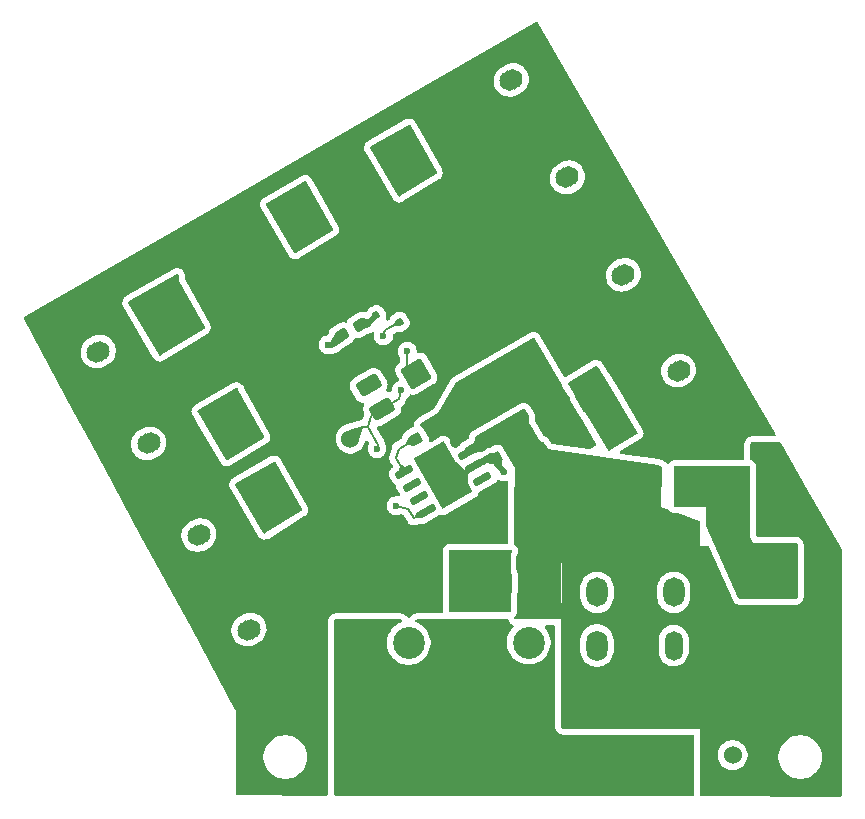
<source format=gbr>
%TF.GenerationSoftware,KiCad,Pcbnew,9.0.5*%
%TF.CreationDate,2025-12-02T14:51:34+09:00*%
%TF.ProjectId,2025_power,32303235-5f70-46f7-9765-722e6b696361,rev?*%
%TF.SameCoordinates,Original*%
%TF.FileFunction,Copper,L1,Top*%
%TF.FilePolarity,Positive*%
%FSLAX46Y46*%
G04 Gerber Fmt 4.6, Leading zero omitted, Abs format (unit mm)*
G04 Created by KiCad (PCBNEW 9.0.5) date 2025-12-02 14:51:34*
%MOMM*%
%LPD*%
G01*
G04 APERTURE LIST*
G04 Aperture macros list*
%AMRoundRect*
0 Rectangle with rounded corners*
0 $1 Rounding radius*
0 $2 $3 $4 $5 $6 $7 $8 $9 X,Y pos of 4 corners*
0 Add a 4 corners polygon primitive as box body*
4,1,4,$2,$3,$4,$5,$6,$7,$8,$9,$2,$3,0*
0 Add four circle primitives for the rounded corners*
1,1,$1+$1,$2,$3*
1,1,$1+$1,$4,$5*
1,1,$1+$1,$6,$7*
1,1,$1+$1,$8,$9*
0 Add four rect primitives between the rounded corners*
20,1,$1+$1,$2,$3,$4,$5,0*
20,1,$1+$1,$4,$5,$6,$7,0*
20,1,$1+$1,$6,$7,$8,$9,0*
20,1,$1+$1,$8,$9,$2,$3,0*%
%AMHorizOval*
0 Thick line with rounded ends*
0 $1 width*
0 $2 $3 position (X,Y) of the first rounded end (center of the circle)*
0 $4 $5 position (X,Y) of the second rounded end (center of the circle)*
0 Add line between two ends*
20,1,$1,$2,$3,$4,$5,0*
0 Add two circle primitives to create the rounded ends*
1,1,$1,$2,$3*
1,1,$1,$4,$5*%
%AMRotRect*
0 Rectangle, with rotation*
0 The origin of the aperture is its center*
0 $1 length*
0 $2 width*
0 $3 Rotation angle, in degrees counterclockwise*
0 Add horizontal line*
21,1,$1,$2,0,0,$3*%
G04 Aperture macros list end*
%TA.AperFunction,SMDPad,CuDef*%
%ADD10RotRect,2.500000X4.000000X120.000000*%
%TD*%
%TA.AperFunction,ComponentPad*%
%ADD11C,1.524000*%
%TD*%
%TA.AperFunction,SMDPad,CuDef*%
%ADD12RoundRect,0.135000X-0.024413X-0.227715X0.209413X-0.092715X0.024413X0.227715X-0.209413X0.092715X0*%
%TD*%
%TA.AperFunction,SMDPad,CuDef*%
%ADD13RotRect,0.900000X0.900000X210.000000*%
%TD*%
%TA.AperFunction,SMDPad,CuDef*%
%ADD14RoundRect,0.237500X-0.130232X-0.349431X0.367732X-0.061931X0.130232X0.349431X-0.367732X0.061931X0*%
%TD*%
%TA.AperFunction,ComponentPad*%
%ADD15RoundRect,0.250001X-1.099999X-1.099999X1.099999X-1.099999X1.099999X1.099999X-1.099999X1.099999X0*%
%TD*%
%TA.AperFunction,ComponentPad*%
%ADD16C,2.700000*%
%TD*%
%TA.AperFunction,SMDPad,CuDef*%
%ADD17RoundRect,0.250000X1.015544X1.741025X-2.015544X-0.008975X-1.015544X-1.741025X2.015544X0.008975X0*%
%TD*%
%TA.AperFunction,SMDPad,CuDef*%
%ADD18RoundRect,0.250000X0.849519X0.028590X0.449519X0.721410X-0.849519X-0.028590X-0.449519X-0.721410X0*%
%TD*%
%TA.AperFunction,SMDPad,CuDef*%
%ADD19RoundRect,0.250000X1.024519X-0.274519X0.274519X1.024519X-1.024519X0.274519X-0.274519X-1.024519X0*%
%TD*%
%TA.AperFunction,ComponentPad*%
%ADD20RoundRect,0.250000X0.949519X-0.144615X0.349519X0.894615X-0.949519X0.144615X-0.349519X-0.894615X0*%
%TD*%
%TA.AperFunction,ComponentPad*%
%ADD21HorizOval,1.700000X0.129904X0.075000X-0.129904X-0.075000X0*%
%TD*%
%TA.AperFunction,SMDPad,CuDef*%
%ADD22RoundRect,0.030000X-0.510189X-0.606327X0.780189X0.138673X0.510189X0.606327X-0.780189X-0.138673X0*%
%TD*%
%TA.AperFunction,SMDPad,CuDef*%
%ADD23RotRect,2.950000X4.900000X30.000000*%
%TD*%
%TA.AperFunction,SMDPad,CuDef*%
%ADD24RoundRect,0.250000X1.500000X0.550000X-1.500000X0.550000X-1.500000X-0.550000X1.500000X-0.550000X0*%
%TD*%
%TA.AperFunction,SMDPad,CuDef*%
%ADD25RoundRect,0.250000X-0.541025X-1.062917X1.191025X-0.062917X0.541025X1.062917X-1.191025X0.062917X0*%
%TD*%
%TA.AperFunction,ComponentPad*%
%ADD26RoundRect,0.250000X-0.943894X0.177665X-0.380528X-0.881872X0.943894X-0.177665X0.380528X0.881872X0*%
%TD*%
%TA.AperFunction,ComponentPad*%
%ADD27HorizOval,1.700000X-0.132442X-0.070421X0.132442X0.070421X0*%
%TD*%
%TA.AperFunction,SMDPad,CuDef*%
%ADD28RoundRect,0.250000X1.024038X1.226314X-1.574038X-0.273686X-1.024038X-1.226314X1.574038X0.273686X0*%
%TD*%
%TA.AperFunction,SMDPad,CuDef*%
%ADD29RoundRect,0.250000X1.000000X-1.950000X1.000000X1.950000X-1.000000X1.950000X-1.000000X-1.950000X0*%
%TD*%
%TA.AperFunction,SMDPad,CuDef*%
%ADD30RotRect,0.900000X0.900000X120.000000*%
%TD*%
%TA.AperFunction,SMDPad,CuDef*%
%ADD31RoundRect,0.250000X0.634327X1.001314X-1.184327X-0.048686X-0.634327X-1.001314X1.184327X0.048686X0*%
%TD*%
%TA.AperFunction,ComponentPad*%
%ADD32O,1.800000X2.500000*%
%TD*%
%TA.AperFunction,ComponentPad*%
%ADD33O,1.800000X2.600000*%
%TD*%
%TA.AperFunction,ComponentPad*%
%ADD34O,1.500000X2.500000*%
%TD*%
%TA.AperFunction,ViaPad*%
%ADD35C,0.600000*%
%TD*%
%TA.AperFunction,Conductor*%
%ADD36C,0.500000*%
%TD*%
%TA.AperFunction,Conductor*%
%ADD37C,0.200000*%
%TD*%
G04 APERTURE END LIST*
D10*
%TO.P,L1,1,1*%
%TO.N,Net-(D3-K)*%
X116618935Y-83275550D03*
%TO.P,L1,2,2*%
%TO.N,V+*%
X112118935Y-75481322D03*
%TD*%
D11*
%TO.P,TP1,1,1*%
%TO.N,GND*%
X133972036Y-115252690D03*
%TD*%
D12*
%TO.P,R4,1*%
%TO.N,Net-(LED3-A)*%
X103808327Y-78005000D03*
%TO.P,R4,2*%
%TO.N,V+*%
X104691673Y-77495000D03*
%TD*%
D13*
%TO.P,C9,1*%
%TO.N,Net-(D3-K)*%
X108493592Y-87678044D03*
%TO.P,C9,2*%
%TO.N,Net-(U1-BOOT)*%
X107173770Y-88440044D03*
%TD*%
D14*
%TO.P,LED3,1,K*%
%TO.N,GND*%
X100894152Y-79687501D03*
%TO.P,LED3,2,A*%
%TO.N,Net-(LED3-A)*%
X102409696Y-78812501D03*
%TD*%
D15*
%TO.P,J1,1,Pin_1*%
%TO.N,+12V*%
X112747658Y-105711377D03*
D16*
%TO.P,J1,2,Pin_2*%
%TO.N,GND*%
X116707658Y-105711377D03*
%TD*%
D17*
%TO.P,C2,1*%
%TO.N,V+*%
X93186138Y-74002690D03*
%TO.P,C2,2*%
%TO.N,GND*%
X86257934Y-78002690D03*
%TD*%
D18*
%TO.P,RV1,1,1*%
%TO.N,unconnected-(RV1-Pad1)*%
X103151629Y-83949495D03*
D19*
%TO.P,RV1,2,2*%
%TO.N,GND*%
X107190731Y-82945424D03*
D18*
%TO.P,RV1,3,3*%
%TO.N,Vsense*%
X104301629Y-85941353D03*
%TD*%
D20*
%TO.P,J6,1,Pin_1*%
%TO.N,V+*%
X130642372Y-84847722D03*
D21*
%TO.P,J6,2,Pin_2*%
%TO.N,GND*%
X129392372Y-82682658D03*
%TD*%
D15*
%TO.P,J2,1,Pin_1*%
%TO.N,+12V*%
X102589420Y-105740954D03*
D16*
%TO.P,J2,2,Pin_2*%
%TO.N,GND*%
X106549420Y-105740954D03*
%TD*%
D22*
%TO.P,U1,1,BOOT*%
%TO.N,Net-(U1-BOOT)*%
X106164802Y-91268464D03*
%TO.P,U1,2,NC_2*%
%TO.N,unconnected-(U1-NC_2-Pad2)*%
X106799802Y-92368316D03*
%TO.P,U1,3,NC_3*%
%TO.N,unconnected-(U1-NC_3-Pad3)*%
X107434802Y-93468168D03*
%TO.P,U1,4,VSENSE*%
%TO.N,Vsense*%
X108069802Y-94568020D03*
%TO.P,U1,5,ENA*%
%TO.N,unconnected-(U1-ENA-Pad5)*%
X112746340Y-91868020D03*
%TO.P,U1,6,GND*%
%TO.N,GND*%
X112111340Y-90768168D03*
%TO.P,U1,7,VIN*%
%TO.N,+V_SW*%
X111476340Y-89668316D03*
%TO.P,U1,8,PH*%
%TO.N,Net-(D3-K)*%
X110841340Y-88568464D03*
D23*
%TO.P,U1,9,POWERPAD*%
%TO.N,GND*%
X109455571Y-91568242D03*
%TD*%
D24*
%TO.P,C5,1*%
%TO.N,+V_SW*%
X117422036Y-99002690D03*
%TO.P,C5,2*%
%TO.N,GND*%
X112022036Y-99002690D03*
%TD*%
D25*
%TO.P,D3,1,K*%
%TO.N,Net-(D3-K)*%
X118642433Y-86930234D03*
%TO.P,D3,2,A*%
%TO.N,GND*%
X122106535Y-84930234D03*
%TD*%
D11*
%TO.P,TP4,1,1*%
%TO.N,Net-(D3-K)*%
X110864770Y-86309044D03*
%TD*%
D20*
%TO.P,J8,1,Pin_1*%
%TO.N,V+*%
X121228914Y-68487691D03*
D21*
%TO.P,J8,2,Pin_2*%
%TO.N,GND*%
X119978914Y-66322627D03*
%TD*%
D24*
%TO.P,C4,1*%
%TO.N,+V_SW*%
X137922036Y-93002690D03*
%TO.P,C4,2*%
%TO.N,GND*%
X132522036Y-93002690D03*
%TD*%
D11*
%TO.P,TP2,1,1*%
%TO.N,+V_SW*%
X116045593Y-88906374D03*
%TD*%
%TO.P,TP3,1,1*%
%TO.N,Vsense*%
X101610553Y-88452690D03*
%TD*%
D26*
%TO.P,J9,1,Pin_1*%
%TO.N,V+*%
X79089783Y-78869964D03*
D27*
%TO.P,J9,2,Pin_2*%
%TO.N,GND*%
X80263462Y-81077333D03*
%TD*%
D20*
%TO.P,J7,1,Pin_1*%
%TO.N,V+*%
X116478914Y-60237691D03*
D21*
%TO.P,J7,2,Pin_2*%
%TO.N,GND*%
X115228914Y-58072627D03*
%TD*%
D12*
%TO.P,R1,1*%
%TO.N,Vsense*%
X105798097Y-78553309D03*
%TO.P,R1,2*%
%TO.N,V+*%
X106681443Y-78043309D03*
%TD*%
D28*
%TO.P,C8,1*%
%TO.N,V+*%
X96396907Y-84352690D03*
%TO.P,C8,2*%
%TO.N,GND*%
X91547165Y-87152690D03*
%TD*%
D20*
%TO.P,J3,1,Pin_1*%
%TO.N,V+*%
X125978914Y-76737691D03*
D21*
%TO.P,J3,2,Pin_2*%
%TO.N,GND*%
X124728914Y-74572627D03*
%TD*%
D26*
%TO.P,J5,1,Pin_1*%
%TO.N,V+*%
X91848744Y-102402533D03*
D27*
%TO.P,J5,2,Pin_2*%
%TO.N,GND*%
X93022423Y-104609902D03*
%TD*%
D29*
%TO.P,C1,1*%
%TO.N,+V_SW*%
X137472036Y-107952690D03*
%TO.P,C1,2*%
%TO.N,GND*%
X137472036Y-99552690D03*
%TD*%
D28*
%TO.P,C6,1*%
%TO.N,V+*%
X102060305Y-66902690D03*
%TO.P,C6,2*%
%TO.N,GND*%
X97383767Y-69602690D03*
%TD*%
D30*
%TO.P,C3,1*%
%TO.N,GND*%
X113895288Y-90058057D03*
%TO.P,C3,2*%
%TO.N,+V_SW*%
X113133288Y-88738235D03*
%TD*%
D31*
%TO.P,C10,1*%
%TO.N,V+*%
X98030882Y-91352690D03*
%TO.P,C10,2*%
%TO.N,GND*%
X94913190Y-93152690D03*
%TD*%
D26*
%TO.P,J4,1,Pin_1*%
%TO.N,V+*%
X83348744Y-86652533D03*
D27*
%TO.P,J4,2,Pin_2*%
%TO.N,GND*%
X84522423Y-88859902D03*
%TD*%
D32*
%TO.P,SW1,1,1*%
%TO.N,+12V*%
X122487305Y-114967331D03*
%TO.P,SW1,2,2*%
%TO.N,+V_SW*%
X122487304Y-110467331D03*
D33*
%TO.P,SW1,3,3*%
%TO.N,unconnected-(SW1-Pad3)*%
X122487304Y-105967331D03*
D32*
%TO.P,SW1,4,4*%
%TO.N,unconnected-(SW1-Pad4)*%
X122487303Y-101467331D03*
%TO.P,SW1,5,5*%
%TO.N,+12V*%
X128987305Y-114967331D03*
%TO.P,SW1,6,6*%
%TO.N,+V_SW*%
X128987304Y-110467331D03*
D34*
%TO.P,SW1,7,7*%
%TO.N,unconnected-(SW1-Pad7)*%
X128987304Y-105967331D03*
D32*
%TO.P,SW1,8*%
%TO.N,N/C*%
X128987303Y-101467331D03*
%TD*%
D11*
%TO.P,TP5,1,1*%
%TO.N,V+*%
X119022036Y-74352690D03*
%TD*%
D26*
%TO.P,J10,1,Pin_1*%
%TO.N,V+*%
X87598744Y-94402533D03*
D27*
%TO.P,J10,2,Pin_2*%
%TO.N,GND*%
X88772423Y-96609902D03*
%TD*%
D28*
%TO.P,C7,1*%
%TO.N,V+*%
X110810305Y-61902690D03*
%TO.P,C7,2*%
%TO.N,GND*%
X106133767Y-64602690D03*
%TD*%
D35*
%TO.N,GND*%
X99750000Y-80500000D03*
X95122036Y-94952690D03*
X108122036Y-65952690D03*
X96122036Y-68352690D03*
X99322036Y-70452690D03*
X134722036Y-98502690D03*
X110722036Y-100752690D03*
X110722036Y-101752690D03*
X114422036Y-100752690D03*
X84922036Y-76452690D03*
X114422036Y-101652690D03*
X86522036Y-75452690D03*
X120722036Y-84002690D03*
X133722036Y-95752690D03*
X133722036Y-98502690D03*
X96922036Y-71652690D03*
X124722036Y-88002690D03*
X106422036Y-81052690D03*
X106522036Y-66952690D03*
X91722036Y-85152690D03*
X123972036Y-85752690D03*
X122972036Y-87502690D03*
X112522036Y-101652690D03*
X123972036Y-87752690D03*
X90922036Y-85552690D03*
X123722036Y-87002690D03*
X97822036Y-71452690D03*
X107022036Y-65752690D03*
X94422036Y-95452690D03*
X92722036Y-92552690D03*
X123222036Y-88252690D03*
X85822036Y-80452690D03*
X105822036Y-67352690D03*
X123972036Y-88502690D03*
X104022036Y-63952690D03*
X92722036Y-88352690D03*
X89522036Y-86352690D03*
X121472036Y-83502690D03*
X134722036Y-97502690D03*
X85722036Y-75952690D03*
X93422036Y-92052690D03*
X88422036Y-78952690D03*
X113522036Y-101652690D03*
X134722036Y-96752690D03*
X111622036Y-101752690D03*
X107322036Y-66452690D03*
X95322036Y-68752690D03*
X123222036Y-86252690D03*
X122222036Y-83002690D03*
X133722036Y-96752690D03*
X111622036Y-100752690D03*
X134722036Y-99502690D03*
X87522036Y-79452690D03*
X134722036Y-94752690D03*
X105622036Y-62952690D03*
X86722036Y-79952690D03*
X96522036Y-94152690D03*
X114622036Y-91252690D03*
X106422036Y-62552690D03*
X113522036Y-100752690D03*
X104822036Y-63452690D03*
X94222036Y-91652690D03*
X96822036Y-67952690D03*
X93422036Y-87852690D03*
X124472036Y-86502690D03*
X105522036Y-66652690D03*
X134722036Y-100502690D03*
X94922036Y-91252690D03*
X91922036Y-88852690D03*
X90222036Y-85952690D03*
X133722036Y-97502690D03*
X106322036Y-66152690D03*
X124972036Y-87252690D03*
X97622036Y-67552690D03*
X133722036Y-94752690D03*
X112522036Y-100752690D03*
X134722036Y-95752690D03*
X107822036Y-65252690D03*
X122472036Y-86752690D03*
X98622036Y-70952690D03*
X95822036Y-94552690D03*
X91322036Y-89452690D03*
X84122036Y-76852690D03*
%TO.N,Vsense*%
X103860820Y-89301728D03*
X105494795Y-94131855D03*
X104407454Y-79748525D03*
X105916428Y-84362145D03*
%TD*%
D36*
%TO.N,GND*%
X100081653Y-80500000D02*
X99750000Y-80500000D01*
X100894152Y-79687501D02*
X100081653Y-80500000D01*
%TO.N,Net-(LED3-A)*%
X103000826Y-78812501D02*
X103808327Y-78005000D01*
X102409696Y-78812501D02*
X103000826Y-78812501D01*
%TO.N,GND*%
X113895288Y-90525942D02*
X114622036Y-91252690D01*
D37*
X106422036Y-82176729D02*
X106422036Y-81052690D01*
X109455571Y-91568242D02*
X111006484Y-91568242D01*
X111526818Y-91352690D02*
X112111340Y-90768168D01*
X111222036Y-91352690D02*
X111526818Y-91352690D01*
D36*
X112111339Y-90768168D02*
X113516899Y-89956668D01*
D37*
X107190731Y-82945424D02*
X106422036Y-82176729D01*
X107783465Y-82352690D02*
X107190731Y-82945424D01*
D36*
X113895288Y-90058057D02*
X113895288Y-90525942D01*
D37*
X111006484Y-91568242D02*
X111222036Y-91352690D01*
D36*
X113516899Y-89956668D02*
X113895288Y-90058057D01*
D37*
%TO.N,Net-(U1-BOOT)*%
X106164801Y-91268464D02*
X105481215Y-90084458D01*
X105692715Y-89295131D02*
X107173769Y-88440044D01*
X105481215Y-90084458D02*
X105692715Y-89295131D01*
%TO.N,Vsense*%
X105711368Y-85127439D02*
X104301629Y-85941353D01*
X103077327Y-87444677D02*
X103329799Y-86502439D01*
X106519314Y-94406374D02*
X105494795Y-94131855D01*
X103077327Y-87444677D02*
X102618566Y-87444677D01*
X103329799Y-86502439D02*
X104301629Y-85941353D01*
X104232170Y-86200578D02*
X104301629Y-85941353D01*
X108069802Y-94568020D02*
X106976931Y-95198989D01*
X106976931Y-95198989D02*
X106519314Y-94406374D01*
X103952327Y-88960222D02*
X103077327Y-87444677D01*
X102618566Y-87444677D02*
X101610553Y-88452690D01*
X105916428Y-84362145D02*
X105711368Y-85127439D01*
X104531817Y-79284396D02*
X104407454Y-79748525D01*
X105798097Y-78553309D02*
X104531817Y-79284396D01*
X103860820Y-89301728D02*
X103952327Y-88960222D01*
D36*
%TO.N,+V_SW*%
X111476339Y-89668316D02*
X113101869Y-88729816D01*
X113101869Y-88729816D02*
X113133288Y-88738234D01*
%TD*%
%TA.AperFunction,Conductor*%
%TO.N,V+*%
G36*
X117465133Y-53204563D02*
G01*
X117500548Y-53243554D01*
X135535868Y-84498223D01*
X135535871Y-84498234D01*
X135535874Y-84498233D01*
X137548512Y-87986806D01*
X137591446Y-88061224D01*
X137607897Y-88129130D01*
X137585023Y-88195149D01*
X137530088Y-88238322D01*
X137484039Y-88247190D01*
X135596036Y-88247190D01*
X135596027Y-88247190D01*
X135596026Y-88247191D01*
X135488585Y-88258742D01*
X135488573Y-88258744D01*
X135437063Y-88269950D01*
X135334538Y-88304073D01*
X135334532Y-88304076D01*
X135213498Y-88381861D01*
X135213487Y-88381869D01*
X135160695Y-88427613D01*
X135066469Y-88536354D01*
X135066466Y-88536358D01*
X135006700Y-88667224D01*
X134987012Y-88734272D01*
X134966536Y-88876691D01*
X134966536Y-90123190D01*
X134946851Y-90190229D01*
X134894047Y-90235984D01*
X134842536Y-90247190D01*
X131722036Y-90247190D01*
X129096036Y-90247190D01*
X129096027Y-90247190D01*
X129096026Y-90247191D01*
X128988585Y-90258742D01*
X128988573Y-90258744D01*
X128937063Y-90269950D01*
X128834538Y-90304073D01*
X128834532Y-90304076D01*
X128713498Y-90381861D01*
X128713487Y-90381869D01*
X128660694Y-90427613D01*
X128568915Y-90533530D01*
X128510136Y-90571304D01*
X128440266Y-90571303D01*
X128381489Y-90533527D01*
X128370662Y-90519013D01*
X128354934Y-90494357D01*
X128316278Y-90449441D01*
X128261081Y-90385304D01*
X128261079Y-90385303D01*
X128261080Y-90385303D01*
X128140301Y-90307105D01*
X128140299Y-90307104D01*
X128078633Y-90278691D01*
X128077262Y-90278032D01*
X128076842Y-90277866D01*
X127938931Y-90236868D01*
X127721121Y-90204802D01*
X124501712Y-89730840D01*
X124438255Y-89701601D01*
X124400679Y-89642696D01*
X124400914Y-89572826D01*
X124438887Y-89514176D01*
X124455968Y-89501838D01*
X126125104Y-88500358D01*
X126212467Y-88434068D01*
X126251318Y-88397305D01*
X126322334Y-88313724D01*
X126385281Y-88184344D01*
X126406596Y-88117805D01*
X126414893Y-88068648D01*
X126430542Y-87975936D01*
X126430542Y-87975933D01*
X126417446Y-87865824D01*
X126413549Y-87833061D01*
X126395507Y-87765561D01*
X126395506Y-87765558D01*
X126338948Y-87633260D01*
X124148479Y-84034632D01*
X123389838Y-82788293D01*
X123349603Y-82722192D01*
X127908257Y-82722192D01*
X127908257Y-82722201D01*
X127919381Y-82934473D01*
X127919382Y-82934482D01*
X127963578Y-83142408D01*
X128039754Y-83340855D01*
X128039759Y-83340864D01*
X128092569Y-83432333D01*
X128146044Y-83524955D01*
X128146047Y-83524959D01*
X128146050Y-83524963D01*
X128279817Y-83690153D01*
X128279819Y-83690154D01*
X128279820Y-83690155D01*
X128384492Y-83784402D01*
X128437790Y-83832391D01*
X128437795Y-83832396D01*
X128612655Y-83945951D01*
X128616072Y-83948170D01*
X128810267Y-84034632D01*
X128810268Y-84034632D01*
X128810270Y-84034633D01*
X128903490Y-84059611D01*
X129015597Y-84089650D01*
X129227006Y-84111869D01*
X129439288Y-84100744D01*
X129647216Y-84056548D01*
X129845670Y-83980369D01*
X130289572Y-83724082D01*
X130454773Y-83590306D01*
X130597012Y-83432333D01*
X130712787Y-83254054D01*
X130799250Y-83059859D01*
X130854268Y-82854529D01*
X130876487Y-82643120D01*
X130865362Y-82430838D01*
X130821166Y-82222910D01*
X130821165Y-82222907D01*
X130744989Y-82024460D01*
X130744984Y-82024451D01*
X130638700Y-81840362D01*
X130504923Y-81675161D01*
X130346951Y-81532922D01*
X130346948Y-81532919D01*
X130168673Y-81417146D01*
X129974480Y-81330685D01*
X129974473Y-81330682D01*
X129769146Y-81275665D01*
X129597947Y-81257673D01*
X129557738Y-81253447D01*
X129557736Y-81253447D01*
X129345460Y-81264571D01*
X129345451Y-81264572D01*
X129137525Y-81308768D01*
X128939078Y-81384944D01*
X128939069Y-81384949D01*
X128495177Y-81641230D01*
X128495162Y-81641240D01*
X128329972Y-81775007D01*
X128329971Y-81775009D01*
X128187734Y-81932980D01*
X128187729Y-81932985D01*
X128071956Y-82111260D01*
X127985495Y-82305453D01*
X127985492Y-82305460D01*
X127930475Y-82510787D01*
X127908257Y-82722192D01*
X123349603Y-82722192D01*
X122967898Y-82095106D01*
X122903270Y-82010495D01*
X122892155Y-81998749D01*
X122867566Y-81972764D01*
X122786646Y-81903565D01*
X122754459Y-81887651D01*
X122657670Y-81839796D01*
X122591268Y-81818058D01*
X122591269Y-81818058D01*
X122520412Y-81805634D01*
X122449557Y-81793210D01*
X122449555Y-81793210D01*
X122306573Y-81809292D01*
X122242415Y-81826004D01*
X122240328Y-81826484D01*
X122238964Y-81826902D01*
X122106299Y-81882620D01*
X119851616Y-83235431D01*
X119784003Y-83253043D01*
X119717601Y-83231305D01*
X119680433Y-83191103D01*
X117939439Y-80175612D01*
X117683511Y-79732331D01*
X117683511Y-79732330D01*
X117619780Y-79645050D01*
X117619778Y-79645048D01*
X117619776Y-79645045D01*
X117584316Y-79606038D01*
X117572893Y-79595899D01*
X117503495Y-79534303D01*
X117503492Y-79534302D01*
X117388875Y-79475212D01*
X117375610Y-79468373D01*
X117309583Y-79445520D01*
X117309580Y-79445519D01*
X117309579Y-79445518D01*
X117309577Y-79445518D01*
X117168302Y-79418289D01*
X117168299Y-79418288D01*
X117025070Y-79431965D01*
X117025067Y-79431965D01*
X116960049Y-79447738D01*
X116957570Y-79448277D01*
X116823602Y-79501909D01*
X116823599Y-79501910D01*
X110249026Y-83297742D01*
X110141343Y-83381092D01*
X110141342Y-83381093D01*
X110094933Y-83428289D01*
X110094930Y-83428292D01*
X110094927Y-83428296D01*
X110013408Y-83537354D01*
X110013404Y-83537361D01*
X108699636Y-85903930D01*
X108653221Y-85951132D01*
X107313222Y-86724779D01*
X107313206Y-86724789D01*
X107212793Y-86800896D01*
X107212792Y-86800897D01*
X107168910Y-86843749D01*
X107168907Y-86843752D01*
X107090450Y-86942310D01*
X107090447Y-86942315D01*
X107090446Y-86942317D01*
X107090445Y-86942320D01*
X107033809Y-87074577D01*
X107033807Y-87074583D01*
X107015725Y-87142066D01*
X107015725Y-87142069D01*
X106998644Y-87284932D01*
X106998645Y-87284935D01*
X107008689Y-87344664D01*
X107000394Y-87414039D01*
X106955909Y-87467917D01*
X106948406Y-87472614D01*
X106330604Y-87829301D01*
X106330605Y-87829302D01*
X106321989Y-87834275D01*
X106316335Y-87836428D01*
X106310195Y-87841085D01*
X106303455Y-87844977D01*
X106303451Y-87844981D01*
X106267350Y-87865824D01*
X106218929Y-87901179D01*
X106218927Y-87901181D01*
X106195372Y-87929707D01*
X106195373Y-87929708D01*
X106193978Y-87931398D01*
X106159502Y-87970286D01*
X106153763Y-87980103D01*
X106147385Y-87987828D01*
X106147383Y-87987828D01*
X106127295Y-88012159D01*
X106109151Y-88054530D01*
X106102217Y-88068290D01*
X106086899Y-88094496D01*
X105954348Y-88420517D01*
X105910864Y-88475206D01*
X105901479Y-88481201D01*
X105462556Y-88734614D01*
X105462541Y-88734623D01*
X105323999Y-88814609D01*
X105307058Y-88831551D01*
X105237534Y-88901077D01*
X105212198Y-88926412D01*
X105212196Y-88926415D01*
X105133138Y-89063345D01*
X105133138Y-89063346D01*
X105092214Y-89216074D01*
X105092214Y-89216076D01*
X104921638Y-89852672D01*
X104921638Y-89852673D01*
X104880714Y-90005401D01*
X104880714Y-90005402D01*
X104880714Y-90005403D01*
X104880714Y-90163513D01*
X104883160Y-90172641D01*
X104921637Y-90316243D01*
X104950810Y-90366771D01*
X104998540Y-90449441D01*
X105182503Y-90768075D01*
X105198976Y-90835975D01*
X105176123Y-90902002D01*
X105137117Y-90937461D01*
X105115316Y-90950048D01*
X105083386Y-90968483D01*
X105014684Y-91019967D01*
X105014683Y-91019968D01*
X104923942Y-91134134D01*
X104923941Y-91134135D01*
X104867371Y-91268540D01*
X104849160Y-91413230D01*
X104849160Y-91413233D01*
X104870659Y-91557468D01*
X104870660Y-91557470D01*
X104904418Y-91636415D01*
X104904421Y-91636420D01*
X105215945Y-92175996D01*
X105215956Y-92176014D01*
X105267443Y-92244719D01*
X105267444Y-92244720D01*
X105381606Y-92335458D01*
X105381607Y-92335458D01*
X105381608Y-92335459D01*
X105413564Y-92348909D01*
X105467717Y-92393057D01*
X105489405Y-92459475D01*
X105488490Y-92478683D01*
X105484160Y-92513082D01*
X105484160Y-92513085D01*
X105505659Y-92657320D01*
X105505660Y-92657322D01*
X105539418Y-92736267D01*
X105539421Y-92736272D01*
X105786291Y-93163864D01*
X105802764Y-93231764D01*
X105779911Y-93297791D01*
X105724990Y-93340982D01*
X105655437Y-93347623D01*
X105654713Y-93347481D01*
X105573641Y-93331355D01*
X105573637Y-93331355D01*
X105415953Y-93331355D01*
X105415950Y-93331355D01*
X105261305Y-93362116D01*
X105261293Y-93362119D01*
X105115622Y-93422457D01*
X105115609Y-93422464D01*
X104984506Y-93510065D01*
X104984502Y-93510068D01*
X104873008Y-93621562D01*
X104873005Y-93621566D01*
X104785404Y-93752669D01*
X104785397Y-93752682D01*
X104725059Y-93898353D01*
X104725056Y-93898365D01*
X104694295Y-94053008D01*
X104694295Y-94210701D01*
X104725056Y-94365344D01*
X104725059Y-94365356D01*
X104785397Y-94511027D01*
X104785404Y-94511040D01*
X104873005Y-94642143D01*
X104873008Y-94642147D01*
X104984502Y-94753641D01*
X104984506Y-94753644D01*
X105115609Y-94841245D01*
X105115622Y-94841252D01*
X105249671Y-94896776D01*
X105261298Y-94901592D01*
X105415948Y-94932354D01*
X105415951Y-94932355D01*
X105415953Y-94932355D01*
X105573639Y-94932355D01*
X105573640Y-94932354D01*
X105728292Y-94901592D01*
X105814724Y-94865790D01*
X105837451Y-94863347D01*
X105859224Y-94856387D01*
X105879566Y-94858819D01*
X105884191Y-94858322D01*
X105894268Y-94860577D01*
X105922494Y-94868140D01*
X106074020Y-94908741D01*
X106133681Y-94945106D01*
X106149314Y-94966516D01*
X106453959Y-95494175D01*
X106464252Y-95512003D01*
X106496411Y-95567704D01*
X106608215Y-95679508D01*
X106745146Y-95758566D01*
X106897873Y-95799490D01*
X107055989Y-95799489D01*
X107208715Y-95758566D01*
X107276655Y-95719340D01*
X107293368Y-95715127D01*
X107307281Y-95706762D01*
X107342080Y-95702850D01*
X107342348Y-95702782D01*
X107541522Y-95709144D01*
X107553977Y-95709091D01*
X107556064Y-95709154D01*
X107556824Y-95709402D01*
X107563747Y-95709822D01*
X107565706Y-95709799D01*
X107565708Y-95709800D01*
X107565709Y-95709799D01*
X107569857Y-95709753D01*
X107575754Y-95709307D01*
X107575745Y-95709083D01*
X107577966Y-95708993D01*
X107577983Y-95708993D01*
X107579673Y-95708925D01*
X107669597Y-95697165D01*
X107669600Y-95697163D01*
X107671129Y-95696779D01*
X107695187Y-95690500D01*
X107697368Y-95690174D01*
X107709946Y-95688300D01*
X107788891Y-95654542D01*
X107802241Y-95646833D01*
X107804118Y-95646122D01*
X107811953Y-95641786D01*
X107823555Y-95634528D01*
X109101378Y-94896775D01*
X109169276Y-94880303D01*
X109212188Y-94890175D01*
X109272307Y-94915919D01*
X109272309Y-94915919D01*
X109272313Y-94915921D01*
X109399953Y-94931183D01*
X109415216Y-94933008D01*
X109415216Y-94933007D01*
X109415217Y-94933008D01*
X109534343Y-94912975D01*
X109557141Y-94909142D01*
X109557141Y-94909141D01*
X109557146Y-94909141D01*
X109611974Y-94884886D01*
X112249666Y-93362013D01*
X112298087Y-93326658D01*
X112389721Y-93215677D01*
X112446375Y-93083375D01*
X112454140Y-93018433D01*
X112481643Y-92954208D01*
X112515258Y-92925772D01*
X113827750Y-92168004D01*
X113896459Y-92116515D01*
X113987198Y-92002352D01*
X113998267Y-91976051D01*
X114042416Y-91921898D01*
X114108835Y-91900210D01*
X114176435Y-91917873D01*
X114181448Y-91921052D01*
X114242857Y-91962084D01*
X114242859Y-91962085D01*
X114242863Y-91962087D01*
X114340068Y-92002350D01*
X114388539Y-92022427D01*
X114543189Y-92053189D01*
X114543192Y-92053190D01*
X114543194Y-92053190D01*
X114700880Y-92053190D01*
X114841286Y-92025261D01*
X114910878Y-92031488D01*
X114966055Y-92074351D01*
X114989300Y-92140240D01*
X114989471Y-92148231D01*
X114983054Y-92736267D01*
X114966573Y-94246532D01*
X114966572Y-94246685D01*
X114966571Y-94246684D01*
X114966566Y-94247174D01*
X114966567Y-94247175D01*
X114966563Y-94247657D01*
X114966553Y-94248899D01*
X114966549Y-94249541D01*
X114966549Y-94249551D01*
X114966540Y-94250886D01*
X114966537Y-94251260D01*
X114966539Y-94251363D01*
X114966538Y-94251934D01*
X114966536Y-94253469D01*
X114966536Y-97223190D01*
X114946851Y-97290229D01*
X114894047Y-97335984D01*
X114842536Y-97347190D01*
X110046036Y-97347190D01*
X110046027Y-97347190D01*
X110046026Y-97347191D01*
X109938585Y-97358742D01*
X109938573Y-97358744D01*
X109887063Y-97369950D01*
X109784538Y-97404073D01*
X109784532Y-97404076D01*
X109663498Y-97481861D01*
X109663487Y-97481869D01*
X109610695Y-97527613D01*
X109516469Y-97636354D01*
X109516466Y-97636358D01*
X109456700Y-97767224D01*
X109437012Y-97834272D01*
X109424308Y-97922636D01*
X109416536Y-97976690D01*
X109416536Y-103028690D01*
X109416537Y-103028699D01*
X109425271Y-103109935D01*
X109412866Y-103178694D01*
X109365256Y-103229832D01*
X109301982Y-103247190D01*
X107208306Y-103247190D01*
X107208301Y-103247190D01*
X107208292Y-103247191D01*
X107092057Y-103260738D01*
X107092056Y-103260738D01*
X107036554Y-103273853D01*
X106926527Y-103313777D01*
X106808339Y-103395837D01*
X106757207Y-103443443D01*
X106666926Y-103555475D01*
X106666925Y-103555477D01*
X106662736Y-103565591D01*
X106618894Y-103619994D01*
X106552600Y-103642057D01*
X106484900Y-103624777D01*
X106443861Y-103585176D01*
X106385363Y-103494152D01*
X106385354Y-103494141D01*
X106339610Y-103441349D01*
X106339606Y-103441346D01*
X106339604Y-103441343D01*
X106230870Y-103347123D01*
X106230867Y-103347121D01*
X106230865Y-103347120D01*
X106099999Y-103287354D01*
X106099994Y-103287352D01*
X106099993Y-103287352D01*
X106032954Y-103267667D01*
X106032956Y-103267667D01*
X106032951Y-103267666D01*
X105970881Y-103258742D01*
X105890534Y-103247190D01*
X100346036Y-103247190D01*
X100346027Y-103247190D01*
X100346026Y-103247191D01*
X100238585Y-103258742D01*
X100238573Y-103258744D01*
X100187063Y-103269950D01*
X100084538Y-103304073D01*
X100084532Y-103304076D01*
X99963498Y-103381861D01*
X99963487Y-103381869D01*
X99910695Y-103427613D01*
X99816469Y-103536354D01*
X99816466Y-103536358D01*
X99756700Y-103667224D01*
X99737012Y-103734272D01*
X99716536Y-103876691D01*
X99716536Y-118543811D01*
X99696851Y-118610850D01*
X99644047Y-118656605D01*
X99592299Y-118667811D01*
X92046299Y-118653382D01*
X91979297Y-118633569D01*
X91933643Y-118580678D01*
X91922536Y-118529382D01*
X91922536Y-115281401D01*
X94246536Y-115281401D01*
X94246536Y-115523978D01*
X94278197Y-115764475D01*
X94340983Y-115998794D01*
X94433809Y-116222895D01*
X94433812Y-116222902D01*
X94555100Y-116432979D01*
X94555102Y-116432982D01*
X94555103Y-116432983D01*
X94702769Y-116625426D01*
X94702775Y-116625433D01*
X94874292Y-116796950D01*
X94874298Y-116796955D01*
X95066747Y-116944626D01*
X95276824Y-117065914D01*
X95500936Y-117158744D01*
X95735247Y-117221528D01*
X95915622Y-117245274D01*
X95975747Y-117253190D01*
X95975748Y-117253190D01*
X96218325Y-117253190D01*
X96266424Y-117246857D01*
X96458825Y-117221528D01*
X96693136Y-117158744D01*
X96917248Y-117065914D01*
X97127325Y-116944626D01*
X97319774Y-116796955D01*
X97491301Y-116625428D01*
X97638972Y-116432979D01*
X97760260Y-116222902D01*
X97853090Y-115998790D01*
X97915874Y-115764479D01*
X97947536Y-115523978D01*
X97947536Y-115281402D01*
X97915874Y-115040901D01*
X97853090Y-114806590D01*
X97760260Y-114582478D01*
X97638972Y-114372401D01*
X97491301Y-114179952D01*
X97491296Y-114179946D01*
X97319779Y-114008429D01*
X97319772Y-114008423D01*
X97127329Y-113860757D01*
X97127328Y-113860756D01*
X97127325Y-113860754D01*
X96917248Y-113739466D01*
X96917241Y-113739463D01*
X96693140Y-113646637D01*
X96458821Y-113583851D01*
X96218325Y-113552190D01*
X96218324Y-113552190D01*
X95975748Y-113552190D01*
X95975747Y-113552190D01*
X95735250Y-113583851D01*
X95500931Y-113646637D01*
X95276830Y-113739463D01*
X95276821Y-113739467D01*
X95066742Y-113860757D01*
X94874299Y-114008423D01*
X94874292Y-114008429D01*
X94702775Y-114179946D01*
X94702769Y-114179953D01*
X94555103Y-114372396D01*
X94433813Y-114582475D01*
X94433809Y-114582484D01*
X94340983Y-114806585D01*
X94278197Y-115040904D01*
X94246536Y-115281401D01*
X91922536Y-115281401D01*
X91922536Y-111659502D01*
X91924142Y-111600422D01*
X91922536Y-111593703D01*
X91922536Y-111586798D01*
X91907682Y-111531367D01*
X91906855Y-111528103D01*
X91893505Y-111472248D01*
X91890215Y-111466175D01*
X91888428Y-111459504D01*
X91858884Y-111408334D01*
X88169754Y-104597632D01*
X91537832Y-104597632D01*
X91541541Y-104810162D01*
X91541542Y-104810165D01*
X91578455Y-105019509D01*
X91578457Y-105019514D01*
X91647661Y-105220497D01*
X91647667Y-105220510D01*
X91747460Y-105408193D01*
X91875391Y-105577961D01*
X91875399Y-105577969D01*
X92028296Y-105725620D01*
X92028306Y-105725628D01*
X92202433Y-105847552D01*
X92202438Y-105847555D01*
X92356377Y-105922636D01*
X92393493Y-105940739D01*
X92596778Y-106002889D01*
X92807283Y-106032472D01*
X93019823Y-106028762D01*
X93229167Y-105991849D01*
X93430159Y-105922641D01*
X93882734Y-105682002D01*
X94052503Y-105554071D01*
X94122843Y-105481230D01*
X94200162Y-105401165D01*
X94200170Y-105401155D01*
X94322094Y-105227029D01*
X94415281Y-105035969D01*
X94477431Y-104832684D01*
X94507014Y-104622179D01*
X94503304Y-104409639D01*
X94466391Y-104200295D01*
X94397183Y-103999303D01*
X94297386Y-103811612D01*
X94297385Y-103811610D01*
X94188581Y-103667224D01*
X94169455Y-103641843D01*
X94169446Y-103641834D01*
X94016549Y-103494183D01*
X94016539Y-103494175D01*
X93842412Y-103372251D01*
X93842407Y-103372248D01*
X93651362Y-103279069D01*
X93651358Y-103279067D01*
X93651353Y-103279065D01*
X93527051Y-103241062D01*
X93448066Y-103216914D01*
X93237570Y-103187333D01*
X93237563Y-103187332D01*
X93237556Y-103187332D01*
X93237555Y-103187332D01*
X93025025Y-103191041D01*
X93025021Y-103191042D01*
X92815688Y-103227953D01*
X92815683Y-103227954D01*
X92815679Y-103227955D01*
X92815673Y-103227956D01*
X92815673Y-103227957D01*
X92614690Y-103297161D01*
X92614677Y-103297167D01*
X92162110Y-103537802D01*
X91992342Y-103665733D01*
X91992334Y-103665741D01*
X91844683Y-103818638D01*
X91844675Y-103818648D01*
X91722751Y-103992775D01*
X91722748Y-103992780D01*
X91629569Y-104183825D01*
X91629565Y-104183836D01*
X91567414Y-104387121D01*
X91537833Y-104597617D01*
X91537832Y-104597632D01*
X88169754Y-104597632D01*
X83836421Y-96597632D01*
X87287832Y-96597632D01*
X87291541Y-96810162D01*
X87291542Y-96810166D01*
X87320537Y-96974607D01*
X87328455Y-97019509D01*
X87328457Y-97019514D01*
X87397661Y-97220497D01*
X87397667Y-97220510D01*
X87497460Y-97408193D01*
X87625391Y-97577961D01*
X87625399Y-97577969D01*
X87778296Y-97725620D01*
X87778306Y-97725628D01*
X87952433Y-97847552D01*
X87952438Y-97847555D01*
X88106377Y-97922636D01*
X88143493Y-97940739D01*
X88346778Y-98002889D01*
X88557283Y-98032472D01*
X88769823Y-98028762D01*
X88979167Y-97991849D01*
X89180159Y-97922641D01*
X89632734Y-97682002D01*
X89802503Y-97554071D01*
X89911364Y-97441341D01*
X89950162Y-97401165D01*
X89950170Y-97401155D01*
X89972020Y-97369950D01*
X90072094Y-97227029D01*
X90165281Y-97035969D01*
X90227431Y-96832684D01*
X90257014Y-96622179D01*
X90253304Y-96409639D01*
X90216391Y-96200295D01*
X90147183Y-95999303D01*
X90047386Y-95811612D01*
X90047385Y-95811610D01*
X89947837Y-95679507D01*
X89919455Y-95641843D01*
X89910743Y-95633430D01*
X89766549Y-95494183D01*
X89766539Y-95494175D01*
X89592412Y-95372251D01*
X89592407Y-95372248D01*
X89401362Y-95279069D01*
X89401358Y-95279067D01*
X89401353Y-95279065D01*
X89277051Y-95241062D01*
X89198066Y-95216914D01*
X88987570Y-95187333D01*
X88987563Y-95187332D01*
X88987556Y-95187332D01*
X88987555Y-95187332D01*
X88775025Y-95191041D01*
X88775021Y-95191042D01*
X88565688Y-95227953D01*
X88565683Y-95227954D01*
X88565679Y-95227955D01*
X88565673Y-95227956D01*
X88565673Y-95227957D01*
X88364690Y-95297161D01*
X88364677Y-95297167D01*
X87912110Y-95537802D01*
X87742342Y-95665733D01*
X87742334Y-95665741D01*
X87594683Y-95818638D01*
X87594675Y-95818648D01*
X87472751Y-95992775D01*
X87472748Y-95992780D01*
X87379569Y-96183825D01*
X87379565Y-96183836D01*
X87317414Y-96387121D01*
X87287833Y-96597617D01*
X87287832Y-96597632D01*
X83836421Y-96597632D01*
X81514438Y-92310894D01*
X91346065Y-92310894D01*
X91360902Y-92454007D01*
X91377923Y-92521767D01*
X91377926Y-92521778D01*
X91377927Y-92521782D01*
X91377928Y-92521783D01*
X91377930Y-92521789D01*
X91432482Y-92654909D01*
X91432484Y-92654913D01*
X91839877Y-93347481D01*
X93804682Y-96687651D01*
X93855595Y-96755489D01*
X93872565Y-96778101D01*
X93902788Y-96810162D01*
X93910381Y-96818216D01*
X93996654Y-96891299D01*
X94126332Y-96953613D01*
X94126335Y-96953614D01*
X94126339Y-96953616D01*
X94192981Y-96974607D01*
X94334966Y-96997862D01*
X94477755Y-96980174D01*
X94543928Y-96962141D01*
X94544997Y-96961861D01*
X94545158Y-96961807D01*
X94545163Y-96961804D01*
X94545166Y-96961804D01*
X94545170Y-96961803D01*
X94677191Y-96904602D01*
X97717921Y-95033383D01*
X97738194Y-95018005D01*
X97796151Y-94974045D01*
X97796155Y-94974041D01*
X97796158Y-94974039D01*
X97831365Y-94941488D01*
X97896652Y-94868135D01*
X97964012Y-94740996D01*
X97987603Y-94675229D01*
X97987605Y-94675223D01*
X98016414Y-94534257D01*
X98004342Y-94390884D01*
X97988631Y-94322804D01*
X97936658Y-94188645D01*
X95806041Y-90400883D01*
X95793545Y-90366666D01*
X95793109Y-90366771D01*
X95792426Y-90363922D01*
X95778599Y-90316243D01*
X95765972Y-90272701D01*
X95764400Y-90269950D01*
X95694590Y-90147782D01*
X95694587Y-90147777D01*
X95651642Y-90092666D01*
X95651633Y-90092656D01*
X95547958Y-89992918D01*
X95420365Y-89926418D01*
X95420359Y-89926415D01*
X95361821Y-89905863D01*
X95360966Y-89905500D01*
X95354444Y-89903272D01*
X95213282Y-89875413D01*
X95213281Y-89875413D01*
X95184623Y-89878020D01*
X95069989Y-89888452D01*
X95002023Y-89904621D01*
X95002018Y-89904622D01*
X94868211Y-89957500D01*
X91662752Y-91789190D01*
X91572837Y-91854664D01*
X91572830Y-91854671D01*
X91532772Y-91891220D01*
X91532768Y-91891224D01*
X91459347Y-91974782D01*
X91459341Y-91974791D01*
X91394460Y-92103196D01*
X91394454Y-92103213D01*
X91372144Y-92169409D01*
X91357586Y-92248390D01*
X91346065Y-92310894D01*
X81514438Y-92310894D01*
X79638504Y-88847632D01*
X83037832Y-88847632D01*
X83041541Y-89060162D01*
X83041542Y-89060166D01*
X83070233Y-89222883D01*
X83078455Y-89269509D01*
X83084122Y-89285967D01*
X83147661Y-89470497D01*
X83147667Y-89470510D01*
X83247460Y-89658193D01*
X83375391Y-89827961D01*
X83375399Y-89827969D01*
X83528296Y-89975620D01*
X83528306Y-89975628D01*
X83702433Y-90097552D01*
X83702438Y-90097555D01*
X83818303Y-90154066D01*
X83893493Y-90190739D01*
X84096778Y-90252889D01*
X84307283Y-90282472D01*
X84519823Y-90278762D01*
X84729167Y-90241849D01*
X84930159Y-90172641D01*
X85382734Y-89932002D01*
X85552503Y-89804071D01*
X85668355Y-89684102D01*
X85700162Y-89651165D01*
X85700170Y-89651155D01*
X85763815Y-89560260D01*
X85822094Y-89477029D01*
X85915281Y-89285969D01*
X85977431Y-89082684D01*
X86007014Y-88872179D01*
X86003304Y-88659639D01*
X85966391Y-88450295D01*
X85897183Y-88249303D01*
X85896059Y-88247190D01*
X85797385Y-88061610D01*
X85699262Y-87931398D01*
X85669455Y-87891843D01*
X85669446Y-87891834D01*
X85516549Y-87744183D01*
X85516539Y-87744175D01*
X85342412Y-87622251D01*
X85342407Y-87622248D01*
X85151362Y-87529069D01*
X85151358Y-87529067D01*
X85151353Y-87529065D01*
X85022624Y-87489709D01*
X84948066Y-87466914D01*
X84737570Y-87437333D01*
X84737563Y-87437332D01*
X84737556Y-87437332D01*
X84737555Y-87437332D01*
X84525025Y-87441041D01*
X84525021Y-87441042D01*
X84315688Y-87477953D01*
X84315683Y-87477954D01*
X84315679Y-87477955D01*
X84315673Y-87477956D01*
X84315673Y-87477957D01*
X84114690Y-87547161D01*
X84114677Y-87547167D01*
X83662110Y-87787802D01*
X83492342Y-87915733D01*
X83492334Y-87915741D01*
X83344683Y-88068638D01*
X83344675Y-88068648D01*
X83222751Y-88242775D01*
X83222748Y-88242780D01*
X83129569Y-88433825D01*
X83129566Y-88433832D01*
X83129565Y-88433835D01*
X83116917Y-88475206D01*
X83067414Y-88637121D01*
X83037833Y-88847617D01*
X83037832Y-88847632D01*
X79638504Y-88847632D01*
X78155113Y-86109063D01*
X88155257Y-86109063D01*
X88170094Y-86252176D01*
X88187115Y-86319936D01*
X88187118Y-86319947D01*
X88187119Y-86319951D01*
X88187120Y-86319952D01*
X88187122Y-86319958D01*
X88229506Y-86423385D01*
X88241676Y-86453082D01*
X88729677Y-87282683D01*
X90613874Y-90485820D01*
X90681758Y-90576271D01*
X90719573Y-90616385D01*
X90805846Y-90689468D01*
X90935524Y-90751782D01*
X90935527Y-90751783D01*
X90935531Y-90751785D01*
X91002173Y-90772776D01*
X91144158Y-90796031D01*
X91286947Y-90778343D01*
X91353120Y-90760310D01*
X91354189Y-90760030D01*
X91354350Y-90759976D01*
X91354355Y-90759973D01*
X91354358Y-90759973D01*
X91354362Y-90759972D01*
X91486383Y-90702771D01*
X94527113Y-88831552D01*
X94585952Y-88786922D01*
X94605343Y-88772214D01*
X94605347Y-88772210D01*
X94605350Y-88772208D01*
X94640557Y-88739657D01*
X94705844Y-88666304D01*
X94773204Y-88539165D01*
X94796795Y-88473398D01*
X94796797Y-88473392D01*
X94821334Y-88353329D01*
X100348053Y-88353329D01*
X100348053Y-88552051D01*
X100353188Y-88584469D01*
X100379140Y-88748327D01*
X100440546Y-88937319D01*
X100440547Y-88937322D01*
X100507247Y-89068226D01*
X100530766Y-89114384D01*
X100647572Y-89275154D01*
X100788089Y-89415671D01*
X100948859Y-89532477D01*
X101003386Y-89560260D01*
X101125920Y-89622695D01*
X101125923Y-89622696D01*
X101187478Y-89642696D01*
X101314917Y-89684103D01*
X101511192Y-89715190D01*
X101511193Y-89715190D01*
X101709913Y-89715190D01*
X101709914Y-89715190D01*
X101906189Y-89684103D01*
X102095185Y-89622695D01*
X102272247Y-89532477D01*
X102433017Y-89415671D01*
X102573534Y-89275154D01*
X102690340Y-89114384D01*
X102780558Y-88937322D01*
X102841966Y-88748326D01*
X102841966Y-88748319D01*
X102842440Y-88746864D01*
X102844299Y-88740286D01*
X102861896Y-88686306D01*
X102901389Y-88628668D01*
X102965774Y-88601533D01*
X103034609Y-88613514D01*
X103086039Y-88660808D01*
X103087177Y-88662738D01*
X103150504Y-88772424D01*
X103158875Y-88786922D01*
X103175348Y-88854822D01*
X103154593Y-88917809D01*
X103151429Y-88922544D01*
X103151422Y-88922556D01*
X103091084Y-89068226D01*
X103091081Y-89068238D01*
X103060320Y-89222881D01*
X103060320Y-89380574D01*
X103091081Y-89535217D01*
X103091084Y-89535229D01*
X103151422Y-89680900D01*
X103151429Y-89680913D01*
X103239030Y-89812016D01*
X103239033Y-89812020D01*
X103350527Y-89923514D01*
X103350531Y-89923517D01*
X103481634Y-90011118D01*
X103481647Y-90011125D01*
X103583007Y-90053109D01*
X103627323Y-90071465D01*
X103781973Y-90102227D01*
X103781976Y-90102228D01*
X103781978Y-90102228D01*
X103939664Y-90102228D01*
X103939665Y-90102227D01*
X104094317Y-90071465D01*
X104239999Y-90011122D01*
X104371109Y-89923517D01*
X104482609Y-89812017D01*
X104570214Y-89680907D01*
X104630557Y-89535225D01*
X104661320Y-89380570D01*
X104661320Y-89222886D01*
X104661320Y-89222883D01*
X104661319Y-89222881D01*
X104633432Y-89082684D01*
X104630557Y-89068231D01*
X104570214Y-88922549D01*
X104570210Y-88922543D01*
X104568837Y-88919975D01*
X104568294Y-88919481D01*
X104554400Y-88887036D01*
X104552827Y-88881165D01*
X104552827Y-88881164D01*
X104523691Y-88772427D01*
X104511905Y-88728439D01*
X104510493Y-88725994D01*
X104503305Y-88713543D01*
X104503303Y-88713540D01*
X104477984Y-88669685D01*
X104428785Y-88584469D01*
X104428780Y-88584462D01*
X103857215Y-87594482D01*
X103840742Y-87526582D01*
X103863595Y-87460555D01*
X103918516Y-87417364D01*
X103939528Y-87411044D01*
X103947977Y-87409299D01*
X104089783Y-87380020D01*
X104184051Y-87337720D01*
X105569706Y-86537710D01*
X105653474Y-86477223D01*
X105770106Y-86346162D01*
X105853372Y-86191739D01*
X105898780Y-86022275D01*
X105903881Y-85846908D01*
X105896672Y-85811996D01*
X105902392Y-85742365D01*
X105944851Y-85686876D01*
X105956110Y-85679535D01*
X106080084Y-85607959D01*
X106135986Y-85552056D01*
X106191888Y-85496155D01*
X106270946Y-85359223D01*
X106311869Y-85206496D01*
X106311868Y-85206494D01*
X106315955Y-85191245D01*
X106315957Y-85191232D01*
X106343228Y-85089456D01*
X106347383Y-85073950D01*
X106383747Y-85014291D01*
X106398256Y-85002950D01*
X106426717Y-84983934D01*
X106538217Y-84872434D01*
X106617382Y-84753955D01*
X106670993Y-84709151D01*
X106740317Y-84700444D01*
X106752565Y-84703069D01*
X106806700Y-84717575D01*
X106982068Y-84722676D01*
X106982068Y-84722675D01*
X106982070Y-84722676D01*
X107050794Y-84708485D01*
X107153885Y-84687199D01*
X107248153Y-84644900D01*
X108633808Y-83844890D01*
X108717576Y-83784402D01*
X108834208Y-83653342D01*
X108917474Y-83498919D01*
X108962882Y-83329455D01*
X108967983Y-83154087D01*
X108967982Y-83154086D01*
X108967983Y-83154084D01*
X108936757Y-83002859D01*
X108932506Y-82982270D01*
X108890207Y-82888002D01*
X108090202Y-81502356D01*
X108090201Y-81502353D01*
X108079075Y-81486945D01*
X108029709Y-81418579D01*
X107898649Y-81301947D01*
X107744226Y-81218681D01*
X107688126Y-81203649D01*
X107574759Y-81173272D01*
X107399390Y-81168171D01*
X107371610Y-81173908D01*
X107301975Y-81168187D01*
X107246488Y-81125726D01*
X107222765Y-81060007D01*
X107222536Y-81052470D01*
X107222536Y-80973845D01*
X107222535Y-80973843D01*
X107203705Y-80879179D01*
X107191773Y-80819193D01*
X107191771Y-80819188D01*
X107131433Y-80673517D01*
X107131426Y-80673504D01*
X107043825Y-80542401D01*
X107043822Y-80542397D01*
X106932328Y-80430903D01*
X106932324Y-80430900D01*
X106801221Y-80343299D01*
X106801208Y-80343292D01*
X106655537Y-80282954D01*
X106655525Y-80282951D01*
X106500881Y-80252190D01*
X106500878Y-80252190D01*
X106343194Y-80252190D01*
X106343191Y-80252190D01*
X106188546Y-80282951D01*
X106188534Y-80282954D01*
X106042863Y-80343292D01*
X106042850Y-80343299D01*
X105911747Y-80430900D01*
X105911743Y-80430903D01*
X105800249Y-80542397D01*
X105800246Y-80542401D01*
X105712645Y-80673504D01*
X105712638Y-80673517D01*
X105652300Y-80819188D01*
X105652297Y-80819200D01*
X105621536Y-80973843D01*
X105621536Y-81131536D01*
X105652297Y-81286179D01*
X105652300Y-81286191D01*
X105712638Y-81431862D01*
X105712645Y-81431875D01*
X105800638Y-81563564D01*
X105821516Y-81630241D01*
X105821536Y-81632455D01*
X105821536Y-81931710D01*
X105801851Y-81998749D01*
X105759538Y-82039096D01*
X105747664Y-82045951D01*
X105747660Y-82045953D01*
X105663884Y-82106447D01*
X105547254Y-82237505D01*
X105463988Y-82391928D01*
X105418579Y-82561395D01*
X105413478Y-82736763D01*
X105444706Y-82887996D01*
X105448956Y-82908578D01*
X105491255Y-83002846D01*
X105491258Y-83002851D01*
X105491262Y-83002859D01*
X105732242Y-83420247D01*
X105748715Y-83488147D01*
X105725863Y-83554174D01*
X105672307Y-83596808D01*
X105537255Y-83652747D01*
X105537242Y-83652754D01*
X105406139Y-83740355D01*
X105406135Y-83740358D01*
X105294641Y-83851852D01*
X105294638Y-83851856D01*
X105207037Y-83982959D01*
X105207030Y-83982972D01*
X105146692Y-84128643D01*
X105146689Y-84128655D01*
X105115928Y-84283298D01*
X105115928Y-84379109D01*
X105110824Y-84396489D01*
X105110739Y-84414605D01*
X105101184Y-84429318D01*
X105096243Y-84446148D01*
X105082553Y-84458010D01*
X105072687Y-84473204D01*
X105056695Y-84480416D01*
X105043439Y-84491903D01*
X105025509Y-84494481D01*
X105008995Y-84501929D01*
X104984334Y-84500401D01*
X104974281Y-84501847D01*
X104973702Y-84501762D01*
X104966674Y-84500717D01*
X104860660Y-84472311D01*
X104754790Y-84469231D01*
X104747506Y-84468149D01*
X104722205Y-84456449D01*
X104695687Y-84447818D01*
X104690921Y-84441983D01*
X104684088Y-84438824D01*
X104669126Y-84415300D01*
X104651487Y-84393705D01*
X104650632Y-84386223D01*
X104646591Y-84379869D01*
X104646722Y-84351988D01*
X104643559Y-84324287D01*
X104646899Y-84314636D01*
X104646921Y-84310000D01*
X104650310Y-84304779D01*
X104656586Y-84286647D01*
X104703372Y-84199881D01*
X104748780Y-84030417D01*
X104753881Y-83855050D01*
X104753880Y-83855049D01*
X104753881Y-83855047D01*
X104722624Y-83703669D01*
X104718404Y-83683232D01*
X104676105Y-83588964D01*
X104226100Y-82809536D01*
X104226099Y-82809533D01*
X104210762Y-82788293D01*
X104165607Y-82725759D01*
X104165603Y-82725756D01*
X104165602Y-82725754D01*
X104034547Y-82609126D01*
X103880124Y-82525861D01*
X103710657Y-82480452D01*
X103535289Y-82475351D01*
X103363474Y-82510828D01*
X103363471Y-82510829D01*
X103269225Y-82553119D01*
X103269201Y-82553131D01*
X101883556Y-83353135D01*
X101883544Y-83353143D01*
X101799784Y-83413624D01*
X101683152Y-83544685D01*
X101599886Y-83699108D01*
X101554477Y-83868575D01*
X101549376Y-84043942D01*
X101584853Y-84215756D01*
X101584854Y-84215758D01*
X101627153Y-84310026D01*
X101627156Y-84310031D01*
X101627160Y-84310039D01*
X102077156Y-85089451D01*
X102077158Y-85089456D01*
X102077162Y-85089462D01*
X102077163Y-85089463D01*
X102137651Y-85173231D01*
X102137653Y-85173233D01*
X102137655Y-85173235D01*
X102242499Y-85266537D01*
X102268711Y-85289864D01*
X102423134Y-85373129D01*
X102592598Y-85418537D01*
X102691130Y-85421403D01*
X102757569Y-85443029D01*
X102801769Y-85497141D01*
X102809698Y-85566559D01*
X102796670Y-85604202D01*
X102749886Y-85690966D01*
X102704477Y-85860433D01*
X102699376Y-86035800D01*
X102734853Y-86207615D01*
X102749514Y-86240288D01*
X102752853Y-86264662D01*
X102760346Y-86288099D01*
X102758351Y-86304783D01*
X102758999Y-86309511D01*
X102756156Y-86323144D01*
X102727201Y-86431205D01*
X102727194Y-86431235D01*
X102640808Y-86753632D01*
X102604443Y-86813292D01*
X102547109Y-86841142D01*
X102547359Y-86842073D01*
X102542531Y-86843366D01*
X102541596Y-86843821D01*
X102539870Y-86844079D01*
X102386780Y-86885100D01*
X102386777Y-86885102D01*
X102312880Y-86927765D01*
X102285500Y-86939447D01*
X101331025Y-87216948D01*
X101329636Y-87217400D01*
X101319567Y-87219826D01*
X101319643Y-87220142D01*
X101314914Y-87221277D01*
X101125923Y-87282683D01*
X101125920Y-87282684D01*
X100948858Y-87372903D01*
X100788086Y-87489711D01*
X100647574Y-87630223D01*
X100530766Y-87790995D01*
X100440547Y-87968057D01*
X100440546Y-87968060D01*
X100379140Y-88157052D01*
X100351364Y-88332424D01*
X100348053Y-88353329D01*
X94821334Y-88353329D01*
X94825606Y-88332426D01*
X94813534Y-88189053D01*
X94797823Y-88120973D01*
X94745850Y-87986814D01*
X92615233Y-84199052D01*
X92602737Y-84164835D01*
X92602301Y-84164940D01*
X92601618Y-84162091D01*
X92600706Y-84158946D01*
X92575164Y-84070870D01*
X92568743Y-84059633D01*
X92503782Y-83945951D01*
X92503779Y-83945946D01*
X92460834Y-83890835D01*
X92460825Y-83890825D01*
X92357150Y-83791087D01*
X92229557Y-83724587D01*
X92229551Y-83724584D01*
X92171013Y-83704032D01*
X92170158Y-83703669D01*
X92163636Y-83701441D01*
X92022474Y-83673582D01*
X92022473Y-83673582D01*
X91993815Y-83676189D01*
X91879181Y-83686621D01*
X91811215Y-83702790D01*
X91811210Y-83702791D01*
X91677403Y-83755669D01*
X88471944Y-85587359D01*
X88382029Y-85652833D01*
X88382022Y-85652840D01*
X88341964Y-85689389D01*
X88341960Y-85689393D01*
X88268539Y-85772951D01*
X88268533Y-85772960D01*
X88203652Y-85901365D01*
X88203646Y-85901382D01*
X88181336Y-85967578D01*
X88168761Y-86035800D01*
X88155257Y-86109063D01*
X78155113Y-86109063D01*
X75422946Y-81065063D01*
X78778871Y-81065063D01*
X78782580Y-81277593D01*
X78782581Y-81277597D01*
X78809784Y-81431875D01*
X78819494Y-81486940D01*
X78819496Y-81486945D01*
X78888700Y-81687928D01*
X78888706Y-81687941D01*
X78988499Y-81875624D01*
X79116430Y-82045392D01*
X79116438Y-82045400D01*
X79269335Y-82193051D01*
X79269345Y-82193059D01*
X79443472Y-82314983D01*
X79443477Y-82314986D01*
X79597416Y-82390067D01*
X79634532Y-82408170D01*
X79837817Y-82470320D01*
X80048322Y-82499903D01*
X80260862Y-82496193D01*
X80470206Y-82459280D01*
X80671198Y-82390072D01*
X81123773Y-82149433D01*
X81293542Y-82021502D01*
X81405401Y-81905668D01*
X81441201Y-81868596D01*
X81441209Y-81868586D01*
X81460967Y-81840368D01*
X81563133Y-81694460D01*
X81656320Y-81503400D01*
X81718470Y-81300115D01*
X81748053Y-81089610D01*
X81744343Y-80877070D01*
X81707430Y-80667726D01*
X81638222Y-80466734D01*
X81619170Y-80430903D01*
X81538424Y-80279041D01*
X81452331Y-80164793D01*
X81410494Y-80109274D01*
X81410485Y-80109265D01*
X81257588Y-79961614D01*
X81257578Y-79961606D01*
X81083451Y-79839682D01*
X81083446Y-79839679D01*
X80892401Y-79746500D01*
X80892397Y-79746498D01*
X80892392Y-79746496D01*
X80738674Y-79699500D01*
X80689105Y-79684345D01*
X80478609Y-79654764D01*
X80478602Y-79654763D01*
X80478595Y-79654763D01*
X80478594Y-79654763D01*
X80266064Y-79658472D01*
X80266060Y-79658473D01*
X80056727Y-79695384D01*
X80056722Y-79695385D01*
X80056718Y-79695386D01*
X80056712Y-79695387D01*
X80056712Y-79695388D01*
X79855729Y-79764592D01*
X79855716Y-79764598D01*
X79403149Y-80005233D01*
X79233381Y-80133164D01*
X79233373Y-80133172D01*
X79085722Y-80286069D01*
X79085714Y-80286079D01*
X78963790Y-80460206D01*
X78963787Y-80460211D01*
X78870608Y-80651256D01*
X78870604Y-80651267D01*
X78808453Y-80854552D01*
X78778872Y-81065048D01*
X78778871Y-81065063D01*
X75422946Y-81065063D01*
X73951751Y-78349011D01*
X73937131Y-78280691D01*
X73961768Y-78215310D01*
X73998842Y-78182534D01*
X76195490Y-76915998D01*
X82288749Y-76915998D01*
X82303588Y-77059111D01*
X82320611Y-77126875D01*
X82320612Y-77126879D01*
X82375170Y-77260014D01*
X84935837Y-81613148D01*
X84950327Y-81632455D01*
X85003714Y-81703593D01*
X85041526Y-81743704D01*
X85127807Y-81816795D01*
X85257485Y-81879109D01*
X85257488Y-81879110D01*
X85257492Y-81879112D01*
X85324134Y-81900103D01*
X85466119Y-81923358D01*
X85608908Y-81905670D01*
X85675081Y-81887637D01*
X85676150Y-81887357D01*
X85676311Y-81887303D01*
X85676316Y-81887300D01*
X85676319Y-81887300D01*
X85676323Y-81887299D01*
X85808344Y-81830098D01*
X88097879Y-80421153D01*
X98949500Y-80421153D01*
X98949500Y-80578846D01*
X98980261Y-80733489D01*
X98980264Y-80733501D01*
X99040602Y-80879172D01*
X99040609Y-80879185D01*
X99128210Y-81010288D01*
X99128213Y-81010292D01*
X99239707Y-81121786D01*
X99239711Y-81121789D01*
X99370814Y-81209390D01*
X99370827Y-81209397D01*
X99470060Y-81250500D01*
X99516503Y-81269737D01*
X99671153Y-81300499D01*
X99671156Y-81300500D01*
X99671158Y-81300500D01*
X99828844Y-81300500D01*
X99828845Y-81300499D01*
X99905152Y-81285320D01*
X99983488Y-81269739D01*
X99983489Y-81269738D01*
X99983497Y-81269737D01*
X100007155Y-81259937D01*
X100054604Y-81250500D01*
X100155573Y-81250500D01*
X100253115Y-81231096D01*
X100300566Y-81221658D01*
X100437148Y-81165084D01*
X100509472Y-81116759D01*
X100560069Y-81082952D01*
X100641161Y-81001858D01*
X100644601Y-80998890D01*
X100647310Y-80997659D01*
X100660360Y-80987324D01*
X100835070Y-80879185D01*
X101440877Y-80504213D01*
X101461604Y-80490671D01*
X101462549Y-80490020D01*
X101473233Y-80481355D01*
X101489331Y-80470282D01*
X101673471Y-80363970D01*
X101755844Y-80304490D01*
X101870534Y-80175612D01*
X101952412Y-80023761D01*
X101966676Y-79970525D01*
X102003040Y-79910868D01*
X102065887Y-79880339D01*
X102118540Y-79882846D01*
X102171776Y-79897111D01*
X102344222Y-79902128D01*
X102344222Y-79902127D01*
X102344224Y-79902128D01*
X102387306Y-79893232D01*
X102513178Y-79867243D01*
X102605875Y-79825647D01*
X103035728Y-79577470D01*
X103073533Y-79563242D01*
X103096685Y-79558636D01*
X103219739Y-79534159D01*
X103356321Y-79477585D01*
X103408978Y-79442401D01*
X103440530Y-79421318D01*
X103464850Y-79413704D01*
X103507202Y-79400442D01*
X103507207Y-79400442D01*
X103530607Y-79406862D01*
X103574583Y-79418925D01*
X103574586Y-79418928D01*
X103582091Y-79427283D01*
X103621274Y-79470903D01*
X103621274Y-79470905D01*
X103621276Y-79470907D01*
X103624609Y-79491478D01*
X103632452Y-79539873D01*
X103631035Y-79548613D01*
X103606954Y-79669678D01*
X103606954Y-79827371D01*
X103637715Y-79982014D01*
X103637718Y-79982026D01*
X103698056Y-80127697D01*
X103698063Y-80127710D01*
X103785664Y-80258813D01*
X103785667Y-80258817D01*
X103897161Y-80370311D01*
X103897165Y-80370314D01*
X104028268Y-80457915D01*
X104028281Y-80457922D01*
X104107348Y-80490672D01*
X104173957Y-80518262D01*
X104328607Y-80549024D01*
X104328610Y-80549025D01*
X104328612Y-80549025D01*
X104486298Y-80549025D01*
X104486299Y-80549024D01*
X104640951Y-80518262D01*
X104786633Y-80457919D01*
X104917743Y-80370314D01*
X105029243Y-80258814D01*
X105116848Y-80127704D01*
X105177191Y-79982022D01*
X105207954Y-79827367D01*
X105207954Y-79669683D01*
X105207954Y-79663591D01*
X105209612Y-79663591D01*
X105211480Y-79653731D01*
X105209768Y-79635795D01*
X105217850Y-79620116D01*
X105221135Y-79602786D01*
X105233527Y-79589707D01*
X105241784Y-79573692D01*
X105268933Y-79552341D01*
X105269191Y-79552069D01*
X105480316Y-79430176D01*
X105540867Y-79413572D01*
X105656180Y-79412226D01*
X105678952Y-79415089D01*
X105679021Y-79414589D01*
X105686745Y-79415646D01*
X105686751Y-79415648D01*
X105840713Y-79417260D01*
X105847303Y-79417330D01*
X105847303Y-79417329D01*
X105847307Y-79417330D01*
X106003237Y-79379030D01*
X106035851Y-79363473D01*
X106380841Y-79164292D01*
X106410622Y-79143826D01*
X106521756Y-79027937D01*
X106600578Y-78888050D01*
X106642135Y-78732956D01*
X106643305Y-78621134D01*
X107322517Y-79797563D01*
X116303897Y-74612161D01*
X123244799Y-74612161D01*
X123244799Y-74612170D01*
X123255923Y-74824442D01*
X123255924Y-74824451D01*
X123300120Y-75032377D01*
X123376296Y-75230824D01*
X123376301Y-75230833D01*
X123429111Y-75322302D01*
X123482586Y-75414924D01*
X123482589Y-75414928D01*
X123482592Y-75414932D01*
X123616359Y-75580122D01*
X123616361Y-75580123D01*
X123774332Y-75722360D01*
X123774337Y-75722365D01*
X123952612Y-75838138D01*
X123952614Y-75838139D01*
X124146809Y-75924601D01*
X124146810Y-75924601D01*
X124146812Y-75924602D01*
X124352139Y-75979619D01*
X124563548Y-76001838D01*
X124775830Y-75990713D01*
X124983758Y-75946517D01*
X125182212Y-75870338D01*
X125626114Y-75614051D01*
X125791315Y-75480275D01*
X125933554Y-75322302D01*
X126049329Y-75144023D01*
X126135792Y-74949828D01*
X126190810Y-74744498D01*
X126213029Y-74533089D01*
X126201904Y-74320807D01*
X126157708Y-74112879D01*
X126148789Y-74089643D01*
X126081531Y-73914429D01*
X126081526Y-73914420D01*
X125975245Y-73730337D01*
X125975242Y-73730331D01*
X125841465Y-73565130D01*
X125683493Y-73422891D01*
X125683490Y-73422888D01*
X125505215Y-73307115D01*
X125311022Y-73220654D01*
X125311015Y-73220651D01*
X125105688Y-73165634D01*
X124934489Y-73147642D01*
X124894280Y-73143416D01*
X124894278Y-73143416D01*
X124682002Y-73154540D01*
X124681993Y-73154541D01*
X124474067Y-73198737D01*
X124275620Y-73274913D01*
X124275611Y-73274918D01*
X123831719Y-73531199D01*
X123831704Y-73531209D01*
X123666514Y-73664976D01*
X123666513Y-73664978D01*
X123524276Y-73822949D01*
X123524271Y-73822954D01*
X123408498Y-74001229D01*
X123322037Y-74195422D01*
X123322034Y-74195429D01*
X123267017Y-74400756D01*
X123244799Y-74612161D01*
X116303897Y-74612161D01*
X117498316Y-73922563D01*
X113748316Y-67427372D01*
X103572517Y-73302372D01*
X106161962Y-77787423D01*
X106064537Y-77732527D01*
X106064536Y-77732526D01*
X106064533Y-77732525D01*
X105909444Y-77690970D01*
X105748890Y-77689287D01*
X105748884Y-77689288D01*
X105631939Y-77718013D01*
X105592957Y-77727588D01*
X105592954Y-77727589D01*
X105592952Y-77727590D01*
X105560346Y-77743143D01*
X105560340Y-77743146D01*
X105215354Y-77942324D01*
X105185576Y-77962788D01*
X105185569Y-77962794D01*
X105074438Y-78078680D01*
X104995615Y-78218569D01*
X104992670Y-78225786D01*
X104992203Y-78225595D01*
X104983293Y-78246752D01*
X104924472Y-78345941D01*
X104879816Y-78390079D01*
X104804874Y-78433347D01*
X104736974Y-78449820D01*
X104670947Y-78426968D01*
X104627756Y-78372046D01*
X104621115Y-78302493D01*
X104623092Y-78293894D01*
X104652365Y-78184647D01*
X104654046Y-78024091D01*
X104615746Y-77868161D01*
X104600190Y-77835547D01*
X104600184Y-77835536D01*
X104351020Y-77403972D01*
X104351017Y-77403969D01*
X104351009Y-77403954D01*
X104330542Y-77374174D01*
X104214653Y-77263040D01*
X104074767Y-77184218D01*
X104074766Y-77184217D01*
X104074763Y-77184216D01*
X103919674Y-77142661D01*
X103759120Y-77140978D01*
X103759114Y-77140979D01*
X103642169Y-77169704D01*
X103603187Y-77179279D01*
X103603184Y-77179280D01*
X103603182Y-77179281D01*
X103570576Y-77194834D01*
X103570570Y-77194837D01*
X103225584Y-77394015D01*
X103195806Y-77414479D01*
X103195799Y-77414485D01*
X103084668Y-77530371D01*
X103084666Y-77530374D01*
X103005845Y-77670260D01*
X103002896Y-77677487D01*
X103000662Y-77676575D01*
X102988900Y-77695867D01*
X102971133Y-77725456D01*
X102970744Y-77725648D01*
X102970518Y-77726019D01*
X102939413Y-77741124D01*
X102908489Y-77756400D01*
X102907922Y-77756417D01*
X102907668Y-77756541D01*
X102873212Y-77757474D01*
X102683419Y-77736054D01*
X102665238Y-77732612D01*
X102647616Y-77727891D01*
X102647614Y-77727890D01*
X102647616Y-77727890D01*
X102475167Y-77722873D01*
X102306214Y-77757759D01*
X102306211Y-77757759D01*
X102213533Y-77799347D01*
X102213513Y-77799357D01*
X101630380Y-78136029D01*
X101630378Y-78136030D01*
X101548002Y-78195513D01*
X101433316Y-78324387D01*
X101351435Y-78476242D01*
X101337171Y-78529475D01*
X101300805Y-78589135D01*
X101237957Y-78619663D01*
X101185305Y-78617154D01*
X101132072Y-78602890D01*
X100959623Y-78597873D01*
X100790670Y-78632759D01*
X100790667Y-78632759D01*
X100697989Y-78674347D01*
X100697969Y-78674357D01*
X100114836Y-79011029D01*
X100114834Y-79011030D01*
X100032458Y-79070513D01*
X99917772Y-79199387D01*
X99917770Y-79199388D01*
X99917770Y-79199390D01*
X99913467Y-79207371D01*
X99835891Y-79351242D01*
X99808505Y-79453443D01*
X99800421Y-79475212D01*
X99721349Y-79639168D01*
X99674497Y-79691001D01*
X99633851Y-79706920D01*
X99516508Y-79730261D01*
X99516498Y-79730264D01*
X99370827Y-79790602D01*
X99370814Y-79790609D01*
X99239711Y-79878210D01*
X99239707Y-79878213D01*
X99128213Y-79989707D01*
X99128210Y-79989711D01*
X99040609Y-80120814D01*
X99040602Y-80120827D01*
X98980264Y-80266498D01*
X98980261Y-80266510D01*
X98949500Y-80421153D01*
X88097879Y-80421153D01*
X89488274Y-79565525D01*
X89529436Y-79534303D01*
X89566504Y-79506187D01*
X89566508Y-79506183D01*
X89566511Y-79506181D01*
X89601718Y-79473630D01*
X89667005Y-79400277D01*
X89734365Y-79273138D01*
X89757956Y-79207371D01*
X89757958Y-79207365D01*
X89786767Y-79066399D01*
X89774695Y-78923026D01*
X89758984Y-78854946D01*
X89707011Y-78720787D01*
X87596307Y-74968425D01*
X87580382Y-74907633D01*
X87580382Y-74636195D01*
X87579367Y-74625440D01*
X87579366Y-74625438D01*
X87578114Y-74612170D01*
X87571459Y-74541645D01*
X87568908Y-74528251D01*
X87562785Y-74496090D01*
X87562779Y-74496065D01*
X87561867Y-74492920D01*
X87536325Y-74404844D01*
X87488301Y-74320802D01*
X87464943Y-74279925D01*
X87464940Y-74279920D01*
X87421995Y-74224809D01*
X87421986Y-74224799D01*
X87318311Y-74125061D01*
X87190718Y-74058561D01*
X87190712Y-74058558D01*
X87124798Y-74035416D01*
X87124783Y-74035412D01*
X86983642Y-74007556D01*
X86983635Y-74007556D01*
X86840352Y-74020592D01*
X86777913Y-74035445D01*
X86775905Y-74035826D01*
X86772375Y-74036762D01*
X86638560Y-74089644D01*
X82605448Y-76394280D01*
X82605435Y-76394289D01*
X82515517Y-76459764D01*
X82515512Y-76459768D01*
X82475451Y-76496321D01*
X82475450Y-76496322D01*
X82402031Y-76579879D01*
X82402025Y-76579888D01*
X82337144Y-76708293D01*
X82337138Y-76708310D01*
X82314828Y-76774508D01*
X82289054Y-76914342D01*
X82288749Y-76915998D01*
X76195490Y-76915998D01*
X90665034Y-68573198D01*
X93963572Y-68573198D01*
X93978409Y-68716311D01*
X93995430Y-68784071D01*
X93995433Y-68784082D01*
X93995434Y-68784086D01*
X93995435Y-68784087D01*
X93995437Y-68784093D01*
X94049989Y-68917213D01*
X96422189Y-72949955D01*
X96490073Y-73040406D01*
X96527888Y-73080520D01*
X96614161Y-73153603D01*
X96743839Y-73215917D01*
X96743842Y-73215918D01*
X96743846Y-73215920D01*
X96810488Y-73236911D01*
X96952473Y-73260166D01*
X97095262Y-73242478D01*
X97161435Y-73224445D01*
X97162504Y-73224165D01*
X97162665Y-73224111D01*
X97162670Y-73224108D01*
X97162673Y-73224108D01*
X97162677Y-73224107D01*
X97294698Y-73166906D01*
X100335428Y-71295687D01*
X100355701Y-71280309D01*
X100413658Y-71236349D01*
X100413662Y-71236345D01*
X100413665Y-71236343D01*
X100448872Y-71203792D01*
X100514159Y-71130439D01*
X100581519Y-71003300D01*
X100605110Y-70937533D01*
X100605112Y-70937527D01*
X100633921Y-70796561D01*
X100621849Y-70653188D01*
X100606138Y-70585108D01*
X100554165Y-70450949D01*
X98423548Y-66663187D01*
X98411052Y-66628970D01*
X98410616Y-66629075D01*
X98409933Y-66626226D01*
X98394917Y-66574447D01*
X98383479Y-66535005D01*
X98383477Y-66535001D01*
X98312097Y-66410086D01*
X98312094Y-66410081D01*
X98269149Y-66354970D01*
X98269140Y-66354960D01*
X98165465Y-66255222D01*
X98037872Y-66188722D01*
X98037866Y-66188719D01*
X97979328Y-66168167D01*
X97978473Y-66167804D01*
X97971951Y-66165576D01*
X97830789Y-66137717D01*
X97830788Y-66137717D01*
X97802130Y-66140324D01*
X97687496Y-66150756D01*
X97619530Y-66166925D01*
X97619525Y-66166926D01*
X97485718Y-66219804D01*
X94280259Y-68051494D01*
X94190344Y-68116968D01*
X94190337Y-68116975D01*
X94150279Y-68153524D01*
X94150275Y-68153528D01*
X94076854Y-68237086D01*
X94076848Y-68237095D01*
X94011967Y-68365500D01*
X94011961Y-68365517D01*
X93989651Y-68431713D01*
X93982642Y-68469741D01*
X93963572Y-68573198D01*
X90665034Y-68573198D01*
X98990034Y-63773198D01*
X102763572Y-63773198D01*
X102778409Y-63916311D01*
X102795430Y-63984071D01*
X102795433Y-63984082D01*
X102795434Y-63984086D01*
X102795435Y-63984087D01*
X102795437Y-63984093D01*
X102849989Y-64117213D01*
X102849991Y-64117217D01*
X103352011Y-64970651D01*
X105222189Y-68149955D01*
X105224868Y-68153524D01*
X105287583Y-68237089D01*
X105290073Y-68240406D01*
X105327888Y-68280520D01*
X105414161Y-68353603D01*
X105543839Y-68415917D01*
X105543842Y-68415918D01*
X105543846Y-68415920D01*
X105610488Y-68436911D01*
X105752473Y-68460166D01*
X105895262Y-68442478D01*
X105961435Y-68424445D01*
X105962504Y-68424165D01*
X105962665Y-68424111D01*
X105962670Y-68424108D01*
X105962673Y-68424108D01*
X105962677Y-68424107D01*
X106094698Y-68366906D01*
X109135428Y-66495687D01*
X109155701Y-66480309D01*
X109213658Y-66436349D01*
X109213662Y-66436345D01*
X109213665Y-66436343D01*
X109248872Y-66403792D01*
X109285925Y-66362161D01*
X118494799Y-66362161D01*
X118494799Y-66362170D01*
X118505923Y-66574442D01*
X118505924Y-66574451D01*
X118550120Y-66782377D01*
X118626296Y-66980824D01*
X118626301Y-66980833D01*
X118679111Y-67072302D01*
X118732586Y-67164924D01*
X118732589Y-67164928D01*
X118732592Y-67164932D01*
X118866359Y-67330122D01*
X118866361Y-67330123D01*
X119024332Y-67472360D01*
X119024337Y-67472365D01*
X119202612Y-67588138D01*
X119202614Y-67588139D01*
X119396809Y-67674601D01*
X119396810Y-67674601D01*
X119396812Y-67674602D01*
X119602139Y-67729619D01*
X119813548Y-67751838D01*
X120025830Y-67740713D01*
X120233758Y-67696517D01*
X120432212Y-67620338D01*
X120876114Y-67364051D01*
X121041315Y-67230275D01*
X121183554Y-67072302D01*
X121299329Y-66894023D01*
X121385792Y-66699828D01*
X121440810Y-66494498D01*
X121463029Y-66283089D01*
X121451904Y-66070807D01*
X121407708Y-65862879D01*
X121331529Y-65664425D01*
X121225242Y-65480331D01*
X121091465Y-65315130D01*
X120933493Y-65172891D01*
X120933490Y-65172888D01*
X120755215Y-65057115D01*
X120561022Y-64970654D01*
X120561015Y-64970651D01*
X120355688Y-64915634D01*
X120184489Y-64897642D01*
X120144280Y-64893416D01*
X120144278Y-64893416D01*
X119932002Y-64904540D01*
X119931993Y-64904541D01*
X119724067Y-64948737D01*
X119525620Y-65024913D01*
X119525611Y-65024918D01*
X119081719Y-65281199D01*
X119081704Y-65281209D01*
X118916514Y-65414976D01*
X118916513Y-65414978D01*
X118774276Y-65572949D01*
X118774271Y-65572954D01*
X118658498Y-65751229D01*
X118572037Y-65945422D01*
X118572034Y-65945429D01*
X118517017Y-66150756D01*
X118494799Y-66362161D01*
X109285925Y-66362161D01*
X109314159Y-66330439D01*
X109381519Y-66203300D01*
X109405110Y-66137533D01*
X109405112Y-66137527D01*
X109433921Y-65996561D01*
X109421849Y-65853188D01*
X109406138Y-65785108D01*
X109354165Y-65650949D01*
X107223548Y-61863187D01*
X107211052Y-61828970D01*
X107210616Y-61829075D01*
X107209933Y-61826226D01*
X107209021Y-61823081D01*
X107183479Y-61735005D01*
X107183477Y-61735001D01*
X107112097Y-61610086D01*
X107112094Y-61610081D01*
X107069149Y-61554970D01*
X107069140Y-61554960D01*
X106965465Y-61455222D01*
X106837872Y-61388722D01*
X106837866Y-61388719D01*
X106779328Y-61368167D01*
X106778473Y-61367804D01*
X106771951Y-61365576D01*
X106630789Y-61337717D01*
X106630788Y-61337717D01*
X106602130Y-61340324D01*
X106487496Y-61350756D01*
X106419530Y-61366925D01*
X106419525Y-61366926D01*
X106285718Y-61419804D01*
X103080259Y-63251494D01*
X102990344Y-63316968D01*
X102990337Y-63316975D01*
X102950279Y-63353524D01*
X102950275Y-63353528D01*
X102876854Y-63437086D01*
X102876848Y-63437095D01*
X102811967Y-63565500D01*
X102811961Y-63565517D01*
X102789651Y-63631713D01*
X102782642Y-63669741D01*
X102763572Y-63773198D01*
X98990034Y-63773198D01*
X108808396Y-58112161D01*
X113744799Y-58112161D01*
X113744799Y-58112170D01*
X113755923Y-58324442D01*
X113755924Y-58324451D01*
X113800120Y-58532377D01*
X113876296Y-58730824D01*
X113876301Y-58730833D01*
X113929111Y-58822302D01*
X113982586Y-58914924D01*
X113982589Y-58914928D01*
X113982592Y-58914932D01*
X114116359Y-59080122D01*
X114116361Y-59080123D01*
X114274332Y-59222360D01*
X114274337Y-59222365D01*
X114452612Y-59338138D01*
X114452614Y-59338139D01*
X114646809Y-59424601D01*
X114646810Y-59424601D01*
X114646812Y-59424602D01*
X114852139Y-59479619D01*
X115063548Y-59501838D01*
X115275830Y-59490713D01*
X115483758Y-59446517D01*
X115682212Y-59370338D01*
X116126114Y-59114051D01*
X116291315Y-58980275D01*
X116433554Y-58822302D01*
X116549329Y-58644023D01*
X116635792Y-58449828D01*
X116690810Y-58244498D01*
X116713029Y-58033089D01*
X116701904Y-57820807D01*
X116657708Y-57612879D01*
X116581529Y-57414425D01*
X116475242Y-57230331D01*
X116341465Y-57065130D01*
X116183493Y-56922891D01*
X116183490Y-56922888D01*
X116005215Y-56807115D01*
X115811022Y-56720654D01*
X115811015Y-56720651D01*
X115605688Y-56665634D01*
X115434489Y-56647642D01*
X115394280Y-56643416D01*
X115394278Y-56643416D01*
X115182002Y-56654540D01*
X115181993Y-56654541D01*
X114974067Y-56698737D01*
X114775620Y-56774913D01*
X114775611Y-56774918D01*
X114331719Y-57031199D01*
X114331704Y-57031209D01*
X114166514Y-57164976D01*
X114166513Y-57164978D01*
X114024276Y-57322949D01*
X114024271Y-57322954D01*
X113908498Y-57501229D01*
X113822037Y-57695422D01*
X113822034Y-57695429D01*
X113767017Y-57900756D01*
X113744799Y-58112161D01*
X108808396Y-58112161D01*
X117331212Y-53198105D01*
X117399119Y-53181673D01*
X117465133Y-53204563D01*
G37*
%TD.AperFunction*%
%TD*%
%TA.AperFunction,Conductor*%
%TO.N,+V_SW*%
G36*
X131905312Y-97522375D02*
G01*
X131951067Y-97575179D01*
X131951586Y-97576329D01*
X132051810Y-97801832D01*
X133977376Y-102134354D01*
X133978007Y-102135763D01*
X133978525Y-102136920D01*
X133978557Y-102136990D01*
X133979076Y-102138140D01*
X133979096Y-102138185D01*
X133980006Y-102140191D01*
X133980008Y-102140194D01*
X134057792Y-102261227D01*
X134057800Y-102261238D01*
X134103544Y-102314030D01*
X134103547Y-102314033D01*
X134103551Y-102314037D01*
X134212285Y-102408257D01*
X134212288Y-102408258D01*
X134212289Y-102408259D01*
X134306546Y-102451306D01*
X134343162Y-102468028D01*
X134410201Y-102487713D01*
X134410205Y-102487714D01*
X134552621Y-102508190D01*
X134552624Y-102508190D01*
X139348026Y-102508190D01*
X139348036Y-102508190D01*
X139455492Y-102496637D01*
X139507003Y-102485431D01*
X139541233Y-102474037D01*
X139609533Y-102451306D01*
X139609537Y-102451303D01*
X139609540Y-102451303D01*
X139730579Y-102373515D01*
X139783383Y-102327760D01*
X139877603Y-102219026D01*
X139937374Y-102088149D01*
X139957059Y-102021110D01*
X139957060Y-102021106D01*
X139977536Y-101878690D01*
X139977536Y-97502690D01*
X143038446Y-97502690D01*
X143175377Y-97740037D01*
X143191970Y-97801832D01*
X143220672Y-118626821D01*
X143201080Y-118693888D01*
X143148339Y-118739715D01*
X143096435Y-118750992D01*
X131345799Y-118728523D01*
X131278797Y-118708710D01*
X131233143Y-118655819D01*
X131222036Y-118604523D01*
X131222036Y-115153329D01*
X132709536Y-115153329D01*
X132709536Y-115352050D01*
X132740623Y-115548327D01*
X132802029Y-115737319D01*
X132802030Y-115737322D01*
X132861959Y-115854937D01*
X132892249Y-115914384D01*
X133009055Y-116075154D01*
X133149572Y-116215671D01*
X133310342Y-116332477D01*
X133397185Y-116376725D01*
X133487403Y-116422695D01*
X133487406Y-116422696D01*
X133519067Y-116432983D01*
X133676400Y-116484103D01*
X133872675Y-116515190D01*
X133872676Y-116515190D01*
X134071396Y-116515190D01*
X134071397Y-116515190D01*
X134267672Y-116484103D01*
X134456668Y-116422695D01*
X134633730Y-116332477D01*
X134794500Y-116215671D01*
X134935017Y-116075154D01*
X135051823Y-115914384D01*
X135142041Y-115737322D01*
X135203449Y-115548326D01*
X135234536Y-115352051D01*
X135234536Y-115281401D01*
X137846536Y-115281401D01*
X137846536Y-115523978D01*
X137878197Y-115764475D01*
X137940983Y-115998794D01*
X138033809Y-116222895D01*
X138033813Y-116222904D01*
X138056010Y-116261351D01*
X138155100Y-116432979D01*
X138155102Y-116432982D01*
X138155103Y-116432983D01*
X138302769Y-116625426D01*
X138302775Y-116625433D01*
X138474292Y-116796950D01*
X138474298Y-116796955D01*
X138666747Y-116944626D01*
X138876824Y-117065914D01*
X139100936Y-117158744D01*
X139335247Y-117221528D01*
X139515622Y-117245274D01*
X139575747Y-117253190D01*
X139575748Y-117253190D01*
X139818325Y-117253190D01*
X139866424Y-117246857D01*
X140058825Y-117221528D01*
X140293136Y-117158744D01*
X140517248Y-117065914D01*
X140727325Y-116944626D01*
X140919774Y-116796955D01*
X141091301Y-116625428D01*
X141238972Y-116432979D01*
X141360260Y-116222902D01*
X141453090Y-115998790D01*
X141515874Y-115764479D01*
X141547536Y-115523978D01*
X141547536Y-115281402D01*
X141515874Y-115040901D01*
X141453090Y-114806590D01*
X141360260Y-114582478D01*
X141238972Y-114372401D01*
X141091301Y-114179952D01*
X141091296Y-114179946D01*
X140919779Y-114008429D01*
X140919772Y-114008423D01*
X140727329Y-113860757D01*
X140727328Y-113860756D01*
X140727325Y-113860754D01*
X140517248Y-113739466D01*
X140517241Y-113739463D01*
X140293140Y-113646637D01*
X140058821Y-113583851D01*
X139818325Y-113552190D01*
X139818324Y-113552190D01*
X139575748Y-113552190D01*
X139575747Y-113552190D01*
X139335250Y-113583851D01*
X139100931Y-113646637D01*
X138876830Y-113739463D01*
X138876821Y-113739467D01*
X138666742Y-113860757D01*
X138474299Y-114008423D01*
X138474292Y-114008429D01*
X138302775Y-114179946D01*
X138302769Y-114179953D01*
X138155103Y-114372396D01*
X138033813Y-114582475D01*
X138033809Y-114582484D01*
X137940983Y-114806585D01*
X137878197Y-115040904D01*
X137846536Y-115281401D01*
X135234536Y-115281401D01*
X135234536Y-115153329D01*
X135203449Y-114957054D01*
X135142041Y-114768058D01*
X135142041Y-114768057D01*
X135051822Y-114590995D01*
X134935017Y-114430226D01*
X134794500Y-114289709D01*
X134633730Y-114172903D01*
X134456668Y-114082684D01*
X134456665Y-114082683D01*
X134267673Y-114021277D01*
X134169534Y-114005733D01*
X134071397Y-113990190D01*
X133872675Y-113990190D01*
X133807250Y-114000552D01*
X133676398Y-114021277D01*
X133487406Y-114082683D01*
X133487403Y-114082684D01*
X133310341Y-114172903D01*
X133149569Y-114289711D01*
X133009057Y-114430223D01*
X132892249Y-114590995D01*
X132802030Y-114768057D01*
X132802029Y-114768060D01*
X132740623Y-114957052D01*
X132709536Y-115153329D01*
X131222036Y-115153329D01*
X131222036Y-113002690D01*
X119596036Y-113002690D01*
X119528997Y-112983005D01*
X119483242Y-112930201D01*
X119472036Y-112878690D01*
X119472036Y-105457109D01*
X121086804Y-105457109D01*
X121086804Y-106477552D01*
X121121289Y-106695283D01*
X121189407Y-106904934D01*
X121189408Y-106904937D01*
X121289491Y-107101356D01*
X121419056Y-107279689D01*
X121419060Y-107279694D01*
X121574940Y-107435574D01*
X121574945Y-107435578D01*
X121730496Y-107548591D01*
X121753282Y-107565146D01*
X121881679Y-107630568D01*
X121949697Y-107665226D01*
X121949700Y-107665227D01*
X122054525Y-107699286D01*
X122159353Y-107733346D01*
X122377082Y-107767831D01*
X122377083Y-107767831D01*
X122597525Y-107767831D01*
X122597526Y-107767831D01*
X122815255Y-107733346D01*
X123024910Y-107665226D01*
X123221326Y-107565146D01*
X123399669Y-107435573D01*
X123555546Y-107279696D01*
X123685119Y-107101353D01*
X123785199Y-106904937D01*
X123853319Y-106695282D01*
X123887804Y-106477553D01*
X123887804Y-105457109D01*
X123873834Y-105368908D01*
X127736804Y-105368908D01*
X127736804Y-106565753D01*
X127767594Y-106760157D01*
X127828421Y-106947360D01*
X127906885Y-107101353D01*
X127917780Y-107122736D01*
X128033476Y-107281977D01*
X128172658Y-107421159D01*
X128331899Y-107536855D01*
X128387418Y-107565143D01*
X128507274Y-107626213D01*
X128507276Y-107626213D01*
X128507279Y-107626215D01*
X128607621Y-107658818D01*
X128694477Y-107687040D01*
X128888882Y-107717831D01*
X128888887Y-107717831D01*
X129085726Y-107717831D01*
X129280130Y-107687040D01*
X129467329Y-107626215D01*
X129642709Y-107536855D01*
X129801950Y-107421159D01*
X129941132Y-107281977D01*
X130056828Y-107122736D01*
X130146188Y-106947356D01*
X130207013Y-106760157D01*
X130217288Y-106695282D01*
X130237804Y-106565753D01*
X130237804Y-105368908D01*
X130207013Y-105174504D01*
X130159971Y-105029725D01*
X130146188Y-104987306D01*
X130146186Y-104987303D01*
X130146186Y-104987301D01*
X130056827Y-104811925D01*
X129941132Y-104652685D01*
X129801950Y-104513503D01*
X129642709Y-104397807D01*
X129467333Y-104308448D01*
X129280130Y-104247621D01*
X129085726Y-104216831D01*
X129085721Y-104216831D01*
X128888887Y-104216831D01*
X128888882Y-104216831D01*
X128694477Y-104247621D01*
X128507274Y-104308448D01*
X128331898Y-104397807D01*
X128241045Y-104463816D01*
X128172658Y-104513503D01*
X128172656Y-104513505D01*
X128172655Y-104513505D01*
X128033478Y-104652682D01*
X128033478Y-104652683D01*
X128033476Y-104652685D01*
X127983789Y-104721072D01*
X127917780Y-104811925D01*
X127828421Y-104987301D01*
X127767594Y-105174504D01*
X127736804Y-105368908D01*
X123873834Y-105368908D01*
X123853319Y-105239380D01*
X123785199Y-105029725D01*
X123785199Y-105029724D01*
X123750541Y-104961706D01*
X123685119Y-104833309D01*
X123668564Y-104810523D01*
X123555551Y-104654972D01*
X123555547Y-104654967D01*
X123399667Y-104499087D01*
X123399662Y-104499083D01*
X123221329Y-104369518D01*
X123221328Y-104369517D01*
X123221326Y-104369516D01*
X123101473Y-104308447D01*
X123024910Y-104269435D01*
X123024907Y-104269434D01*
X122815256Y-104201316D01*
X122706390Y-104184073D01*
X122597526Y-104166831D01*
X122377082Y-104166831D01*
X122304505Y-104178326D01*
X122159351Y-104201316D01*
X121949700Y-104269434D01*
X121949697Y-104269435D01*
X121753278Y-104369518D01*
X121574945Y-104499083D01*
X121574940Y-104499087D01*
X121419060Y-104654967D01*
X121419056Y-104654972D01*
X121289491Y-104833305D01*
X121189408Y-105029724D01*
X121189407Y-105029727D01*
X121121289Y-105239378D01*
X121086804Y-105457109D01*
X119472036Y-105457109D01*
X119472036Y-103752690D01*
X119489108Y-101007109D01*
X121086803Y-101007109D01*
X121086803Y-101927552D01*
X121121288Y-102145283D01*
X121189406Y-102354934D01*
X121189407Y-102354937D01*
X121216576Y-102408257D01*
X121261607Y-102496635D01*
X121289490Y-102551356D01*
X121419055Y-102729689D01*
X121419059Y-102729694D01*
X121574939Y-102885574D01*
X121574944Y-102885578D01*
X121730495Y-102998591D01*
X121753281Y-103015146D01*
X121881678Y-103080568D01*
X121949696Y-103115226D01*
X121949699Y-103115227D01*
X122054524Y-103149286D01*
X122159352Y-103183346D01*
X122377081Y-103217831D01*
X122377082Y-103217831D01*
X122597524Y-103217831D01*
X122597525Y-103217831D01*
X122815254Y-103183346D01*
X123024909Y-103115226D01*
X123221325Y-103015146D01*
X123399668Y-102885573D01*
X123555545Y-102729696D01*
X123685118Y-102551353D01*
X123785198Y-102354937D01*
X123853318Y-102145282D01*
X123887803Y-101927553D01*
X123887803Y-101007109D01*
X127586803Y-101007109D01*
X127586803Y-101927552D01*
X127621288Y-102145283D01*
X127689406Y-102354934D01*
X127689407Y-102354937D01*
X127716576Y-102408257D01*
X127761607Y-102496635D01*
X127789490Y-102551356D01*
X127919055Y-102729689D01*
X127919059Y-102729694D01*
X128074939Y-102885574D01*
X128074944Y-102885578D01*
X128230495Y-102998591D01*
X128253281Y-103015146D01*
X128381678Y-103080568D01*
X128449696Y-103115226D01*
X128449699Y-103115227D01*
X128554524Y-103149286D01*
X128659352Y-103183346D01*
X128877081Y-103217831D01*
X128877082Y-103217831D01*
X129097524Y-103217831D01*
X129097525Y-103217831D01*
X129315254Y-103183346D01*
X129524909Y-103115226D01*
X129721325Y-103015146D01*
X129899668Y-102885573D01*
X130055545Y-102729696D01*
X130185118Y-102551353D01*
X130285198Y-102354937D01*
X130353318Y-102145282D01*
X130387803Y-101927553D01*
X130387803Y-101007109D01*
X130353318Y-100789380D01*
X130285198Y-100579725D01*
X130285198Y-100579724D01*
X130250540Y-100511706D01*
X130185118Y-100383309D01*
X130168563Y-100360523D01*
X130055550Y-100204972D01*
X130055546Y-100204967D01*
X129899666Y-100049087D01*
X129899661Y-100049083D01*
X129721328Y-99919518D01*
X129721327Y-99919517D01*
X129721325Y-99919516D01*
X129658399Y-99887453D01*
X129524909Y-99819435D01*
X129524906Y-99819434D01*
X129315255Y-99751316D01*
X129206389Y-99734073D01*
X129097525Y-99716831D01*
X128877081Y-99716831D01*
X128804504Y-99728326D01*
X128659350Y-99751316D01*
X128449699Y-99819434D01*
X128449696Y-99819435D01*
X128253277Y-99919518D01*
X128074944Y-100049083D01*
X128074939Y-100049087D01*
X127919059Y-100204967D01*
X127919055Y-100204972D01*
X127789490Y-100383305D01*
X127689407Y-100579724D01*
X127689406Y-100579727D01*
X127621288Y-100789378D01*
X127586803Y-101007109D01*
X123887803Y-101007109D01*
X123853318Y-100789380D01*
X123785198Y-100579725D01*
X123785198Y-100579724D01*
X123750540Y-100511706D01*
X123685118Y-100383309D01*
X123668563Y-100360523D01*
X123555550Y-100204972D01*
X123555546Y-100204967D01*
X123399666Y-100049087D01*
X123399661Y-100049083D01*
X123221328Y-99919518D01*
X123221327Y-99919517D01*
X123221325Y-99919516D01*
X123158399Y-99887453D01*
X123024909Y-99819435D01*
X123024906Y-99819434D01*
X122815255Y-99751316D01*
X122706389Y-99734073D01*
X122597525Y-99716831D01*
X122377081Y-99716831D01*
X122304504Y-99728326D01*
X122159350Y-99751316D01*
X121949699Y-99819434D01*
X121949696Y-99819435D01*
X121753277Y-99919518D01*
X121574944Y-100049083D01*
X121574939Y-100049087D01*
X121419059Y-100204967D01*
X121419055Y-100204972D01*
X121289490Y-100383305D01*
X121189407Y-100579724D01*
X121189406Y-100579727D01*
X121121288Y-100789378D01*
X121086803Y-101007109D01*
X119489108Y-101007109D01*
X119510899Y-97502690D01*
X131222036Y-97502690D01*
X131838273Y-97502690D01*
X131905312Y-97522375D01*
G37*
%TD.AperFunction*%
%TD*%
%TA.AperFunction,Conductor*%
%TO.N,GND*%
G36*
X106670412Y-61865678D02*
G01*
X106713358Y-61920791D01*
X106722036Y-61966364D01*
X106722036Y-62002692D01*
X108913584Y-65898776D01*
X108929295Y-65966856D01*
X108905704Y-66032623D01*
X108870497Y-66065174D01*
X105829767Y-67936393D01*
X105762356Y-67954763D01*
X105695714Y-67933772D01*
X105657900Y-67893659D01*
X103285699Y-63860918D01*
X103268678Y-63793158D01*
X103290992Y-63726948D01*
X103331058Y-63690391D01*
X106536515Y-61858702D01*
X106604488Y-61842532D01*
X106670412Y-61865678D01*
G37*
%TD.AperFunction*%
%TD*%
%TA.AperFunction,Conductor*%
%TO.N,GND*%
G36*
X115255202Y-97872375D02*
G01*
X115300957Y-97925179D01*
X115310901Y-97994337D01*
X115293702Y-98041786D01*
X115237222Y-98133355D01*
X115237222Y-98133356D01*
X115182037Y-98299893D01*
X115182037Y-98299894D01*
X115182036Y-98299894D01*
X115171536Y-98402673D01*
X115171536Y-99602691D01*
X115171537Y-99602708D01*
X115182036Y-99705486D01*
X115182037Y-99705489D01*
X115237221Y-99872021D01*
X115237224Y-99872028D01*
X115263422Y-99914502D01*
X115281861Y-99981894D01*
X115281860Y-99981936D01*
X115224331Y-103031029D01*
X115203385Y-103097685D01*
X115149728Y-103142436D01*
X115100353Y-103152690D01*
X110046036Y-103152690D01*
X109978997Y-103133005D01*
X109933242Y-103080201D01*
X109922036Y-103028690D01*
X109922036Y-97976690D01*
X109941721Y-97909651D01*
X109994525Y-97863896D01*
X110046036Y-97852690D01*
X115188163Y-97852690D01*
X115255202Y-97872375D01*
G37*
%TD.AperFunction*%
%TD*%
%TA.AperFunction,Conductor*%
%TO.N,+V_SW*%
G36*
X116337677Y-85934689D02*
G01*
X116373137Y-85973696D01*
X116716787Y-86568916D01*
X116733260Y-86636816D01*
X116729175Y-86663008D01*
X116703775Y-86757804D01*
X116698673Y-86933175D01*
X116734151Y-87104991D01*
X116776445Y-87199245D01*
X116776454Y-87199264D01*
X117476453Y-88411696D01*
X117476455Y-88411701D01*
X117476459Y-88411707D01*
X117476460Y-88411708D01*
X117536948Y-88495476D01*
X117668008Y-88612109D01*
X117822432Y-88695375D01*
X117822434Y-88695375D01*
X117822437Y-88695377D01*
X117917224Y-88720774D01*
X117976885Y-88757138D01*
X117992519Y-88778549D01*
X118218610Y-89170149D01*
X118311138Y-89330412D01*
X115508092Y-90948752D01*
X115508091Y-90948750D01*
X114522183Y-89221844D01*
X114497737Y-89200335D01*
X114495199Y-89196136D01*
X114469508Y-89151638D01*
X114469504Y-89151632D01*
X114469502Y-89151629D01*
X114453982Y-89130375D01*
X114434153Y-89103217D01*
X114323173Y-89011583D01*
X114323171Y-89011582D01*
X114190876Y-88954930D01*
X114190871Y-88954929D01*
X114047965Y-88937840D01*
X114047964Y-88937841D01*
X113906038Y-88961708D01*
X113851201Y-88985966D01*
X113532189Y-89170149D01*
X113519742Y-89176430D01*
X113513497Y-89179152D01*
X113501114Y-89183003D01*
X113462466Y-89201398D01*
X113460560Y-89202230D01*
X113457037Y-89202674D01*
X113427194Y-89211501D01*
X113345659Y-89222236D01*
X113345657Y-89222236D01*
X113205660Y-89269758D01*
X113169058Y-89290890D01*
X113140192Y-89307557D01*
X112736705Y-89540508D01*
X112719916Y-89548585D01*
X112641139Y-89579431D01*
X112618140Y-89585961D01*
X111626809Y-89766459D01*
X111557328Y-89759102D01*
X111502854Y-89715348D01*
X111497210Y-89706465D01*
X111423867Y-89579431D01*
X111302721Y-89369601D01*
X111286249Y-89301703D01*
X111309101Y-89235676D01*
X111348105Y-89200219D01*
X111922750Y-88868448D01*
X111991459Y-88816959D01*
X112082198Y-88702796D01*
X112085321Y-88695377D01*
X112138770Y-88568387D01*
X112147947Y-88495474D01*
X112156982Y-88423695D01*
X112147603Y-88360777D01*
X112157188Y-88291573D01*
X112202669Y-88238533D01*
X112208197Y-88235144D01*
X116203754Y-85928307D01*
X116271650Y-85911836D01*
X116337677Y-85934689D01*
G37*
%TD.AperFunction*%
%TD*%
%TA.AperFunction,Conductor*%
%TO.N,+V_SW*%
G36*
X137985790Y-88772375D02*
G01*
X138026157Y-88814723D01*
X140371278Y-92879599D01*
X143038446Y-97502690D01*
X139977536Y-97502690D01*
X139977536Y-97376690D01*
X139965983Y-97269234D01*
X139954777Y-97217723D01*
X139954673Y-97217412D01*
X139920652Y-97115192D01*
X139920649Y-97115186D01*
X139842864Y-96994152D01*
X139842861Y-96994147D01*
X139842856Y-96994141D01*
X139797112Y-96941349D01*
X139797108Y-96941346D01*
X139797106Y-96941343D01*
X139688372Y-96847123D01*
X139688369Y-96847121D01*
X139688367Y-96847120D01*
X139557501Y-96787354D01*
X139557496Y-96787352D01*
X139557495Y-96787352D01*
X139490456Y-96767667D01*
X139490458Y-96767667D01*
X139490453Y-96767666D01*
X139442980Y-96760840D01*
X139348036Y-96747190D01*
X139348034Y-96747190D01*
X136101536Y-96747190D01*
X136034497Y-96727505D01*
X135988742Y-96674701D01*
X135977536Y-96623190D01*
X135977536Y-90876700D01*
X135977536Y-90876690D01*
X135965983Y-90769234D01*
X135954777Y-90717723D01*
X135954673Y-90717412D01*
X135920652Y-90615192D01*
X135920649Y-90615186D01*
X135842864Y-90494152D01*
X135842861Y-90494147D01*
X135842856Y-90494141D01*
X135797112Y-90441349D01*
X135797108Y-90441346D01*
X135797106Y-90441343D01*
X135688372Y-90347123D01*
X135688369Y-90347121D01*
X135688367Y-90347120D01*
X135557493Y-90287350D01*
X135553351Y-90285806D01*
X135554053Y-90283922D01*
X135502218Y-90250515D01*
X135473275Y-90186921D01*
X135472036Y-90169433D01*
X135472036Y-88876690D01*
X135491721Y-88809651D01*
X135544525Y-88763896D01*
X135596036Y-88752690D01*
X137918751Y-88752690D01*
X137985790Y-88772375D01*
G37*
%TD.AperFunction*%
%TD*%
%TA.AperFunction,Conductor*%
%TO.N,+V_SW*%
G36*
X127647495Y-90704911D02*
G01*
X127865305Y-90736977D01*
X127928762Y-90766216D01*
X127966338Y-90825121D01*
X127971241Y-90860568D01*
X127946249Y-94254880D01*
X115472039Y-94252690D01*
X115472043Y-94252048D01*
X115508092Y-90948752D01*
X118311138Y-89330412D01*
X127647495Y-90704911D01*
G37*
%TD.AperFunction*%
%TD*%
%TA.AperFunction,Conductor*%
%TO.N,GND*%
G36*
X135415075Y-90772375D02*
G01*
X135460830Y-90825179D01*
X135472036Y-90876690D01*
X135472036Y-96794357D01*
X135722036Y-97252690D01*
X139348036Y-97252690D01*
X139415075Y-97272375D01*
X139460830Y-97325179D01*
X139472036Y-97376690D01*
X139472036Y-101878690D01*
X139452351Y-101945729D01*
X139399547Y-101991484D01*
X139348036Y-102002690D01*
X134552621Y-102002690D01*
X134485582Y-101983005D01*
X134439827Y-101930201D01*
X134439308Y-101929051D01*
X131732723Y-95839236D01*
X131722036Y-95788875D01*
X131722036Y-94252690D01*
X131722036Y-90752690D01*
X135348036Y-90752690D01*
X135415075Y-90772375D01*
G37*
%TD.AperFunction*%
%TD*%
%TA.AperFunction,Conductor*%
%TO.N,GND*%
G36*
X87023258Y-74535517D02*
G01*
X87066204Y-74590630D01*
X87074882Y-74636203D01*
X87074882Y-75072530D01*
X89266430Y-78968614D01*
X89282141Y-79036694D01*
X89258550Y-79102461D01*
X89223343Y-79135012D01*
X85543413Y-81399585D01*
X85476002Y-81417955D01*
X85409360Y-81396964D01*
X85371545Y-81356849D01*
X82810878Y-77003715D01*
X82793855Y-76935951D01*
X82816169Y-76869741D01*
X82856234Y-76833185D01*
X86889361Y-74528540D01*
X86957334Y-74512371D01*
X87023258Y-74535517D01*
G37*
%TD.AperFunction*%
%TD*%
%TA.AperFunction,Conductor*%
%TO.N,+12V*%
G36*
X105957573Y-103772375D02*
G01*
X106003328Y-103825179D01*
X106013272Y-103894337D01*
X105984247Y-103957893D01*
X105937987Y-103991251D01*
X105729214Y-104077727D01*
X105729205Y-104077731D01*
X105589733Y-104158256D01*
X105519149Y-104199008D01*
X105519126Y-104199021D01*
X105326683Y-104346687D01*
X105326676Y-104346693D01*
X105155159Y-104518210D01*
X105155153Y-104518217D01*
X105007487Y-104710660D01*
X104886197Y-104920739D01*
X104886193Y-104920748D01*
X104793367Y-105144849D01*
X104730581Y-105379168D01*
X104698920Y-105619665D01*
X104698920Y-105862242D01*
X104730581Y-106102739D01*
X104793367Y-106337058D01*
X104886193Y-106561159D01*
X104886196Y-106561166D01*
X105007484Y-106771243D01*
X105007486Y-106771246D01*
X105007487Y-106771247D01*
X105155153Y-106963690D01*
X105155159Y-106963697D01*
X105326676Y-107135214D01*
X105326682Y-107135219D01*
X105519131Y-107282890D01*
X105729208Y-107404178D01*
X105953320Y-107497008D01*
X106187631Y-107559792D01*
X106368006Y-107583538D01*
X106428131Y-107591454D01*
X106428132Y-107591454D01*
X106670709Y-107591454D01*
X106718808Y-107585121D01*
X106911209Y-107559792D01*
X107145520Y-107497008D01*
X107369632Y-107404178D01*
X107579709Y-107282890D01*
X107772158Y-107135219D01*
X107943685Y-106963692D01*
X108091356Y-106771243D01*
X108212644Y-106561166D01*
X108305474Y-106337054D01*
X108368258Y-106102743D01*
X108399920Y-105862242D01*
X108399920Y-105619666D01*
X108368258Y-105379165D01*
X108305474Y-105144854D01*
X108212644Y-104920742D01*
X108091356Y-104710665D01*
X107943685Y-104518216D01*
X107943680Y-104518210D01*
X107772163Y-104346693D01*
X107772156Y-104346687D01*
X107579713Y-104199021D01*
X107579712Y-104199020D01*
X107579709Y-104199018D01*
X107369632Y-104077730D01*
X107369625Y-104077727D01*
X107160853Y-103991251D01*
X107106450Y-103947410D01*
X107084385Y-103881116D01*
X107101664Y-103813417D01*
X107152801Y-103765806D01*
X107208306Y-103752690D01*
X114887983Y-103752690D01*
X114905090Y-103757713D01*
X114922920Y-103757714D01*
X114937917Y-103767352D01*
X114955022Y-103772375D01*
X114966696Y-103785847D01*
X114981698Y-103795489D01*
X115000778Y-103825181D01*
X115001721Y-103827246D01*
X115006579Y-103839593D01*
X115023419Y-103890186D01*
X115023421Y-103890190D01*
X115042962Y-103920597D01*
X115049562Y-103932195D01*
X115050540Y-103934152D01*
X115051800Y-103936911D01*
X115052333Y-103937741D01*
X115052343Y-103937760D01*
X115088560Y-103994113D01*
X115089343Y-103995374D01*
X115089578Y-103995699D01*
X115089586Y-103995708D01*
X115090145Y-103996353D01*
X115100755Y-104010526D01*
X115101203Y-104011224D01*
X115101208Y-104011231D01*
X115107418Y-104018397D01*
X115107420Y-104018400D01*
X115115358Y-104027562D01*
X115117721Y-104030289D01*
X115117726Y-104030294D01*
X115146966Y-104064039D01*
X115146969Y-104064041D01*
X115146972Y-104064045D01*
X115147614Y-104064601D01*
X115160127Y-104077113D01*
X115160662Y-104077730D01*
X115183811Y-104104443D01*
X115214218Y-104123983D01*
X115228375Y-104134580D01*
X115255699Y-104158256D01*
X115286958Y-104172531D01*
X115288593Y-104173278D01*
X115300428Y-104179474D01*
X115302289Y-104180579D01*
X115304852Y-104182227D01*
X115305756Y-104182639D01*
X115305758Y-104182641D01*
X115358607Y-104206776D01*
X115411412Y-104252530D01*
X115431097Y-104319570D01*
X115411413Y-104386609D01*
X115394779Y-104407252D01*
X115313390Y-104488641D01*
X115165725Y-104681083D01*
X115044435Y-104891162D01*
X115044431Y-104891171D01*
X114951605Y-105115272D01*
X114888819Y-105349591D01*
X114857158Y-105590088D01*
X114857158Y-105832665D01*
X114888819Y-106073162D01*
X114951605Y-106307481D01*
X115044431Y-106531582D01*
X115044434Y-106531589D01*
X115165722Y-106741666D01*
X115165724Y-106741669D01*
X115165725Y-106741670D01*
X115313391Y-106934113D01*
X115313397Y-106934120D01*
X115484914Y-107105637D01*
X115484921Y-107105643D01*
X115523467Y-107135220D01*
X115677369Y-107253313D01*
X115887446Y-107374601D01*
X116111558Y-107467431D01*
X116345869Y-107530215D01*
X116526244Y-107553961D01*
X116586369Y-107561877D01*
X116586370Y-107561877D01*
X116828947Y-107561877D01*
X116877046Y-107555544D01*
X117069447Y-107530215D01*
X117303758Y-107467431D01*
X117527870Y-107374601D01*
X117737947Y-107253313D01*
X117930396Y-107105642D01*
X118101923Y-106934115D01*
X118249594Y-106741666D01*
X118370882Y-106531589D01*
X118463712Y-106307477D01*
X118526496Y-106073166D01*
X118558158Y-105832665D01*
X118558158Y-105590089D01*
X118526496Y-105349588D01*
X118463712Y-105115277D01*
X118370882Y-104891165D01*
X118249594Y-104681088D01*
X118101923Y-104488639D01*
X118101918Y-104488633D01*
X118083156Y-104469871D01*
X118049671Y-104408548D01*
X118054655Y-104338856D01*
X118096527Y-104282923D01*
X118161991Y-104258506D01*
X118170837Y-104258190D01*
X118842536Y-104258190D01*
X118909575Y-104277875D01*
X118955330Y-104330679D01*
X118966536Y-104382190D01*
X118966536Y-112878697D01*
X118970919Y-112919463D01*
X118970920Y-112919473D01*
X118972036Y-112929846D01*
X118972036Y-113002690D01*
X118981688Y-113002690D01*
X118989295Y-113037657D01*
X118992717Y-113047940D01*
X118992719Y-113047948D01*
X119023420Y-113140189D01*
X119023422Y-113140193D01*
X119101207Y-113261227D01*
X119101215Y-113261238D01*
X119146959Y-113314030D01*
X119146962Y-113314033D01*
X119146966Y-113314037D01*
X119255700Y-113408257D01*
X119386577Y-113468028D01*
X119453616Y-113487713D01*
X119453620Y-113487714D01*
X119596036Y-113508190D01*
X130592536Y-113508190D01*
X130659575Y-113527875D01*
X130705330Y-113580679D01*
X130716536Y-113632190D01*
X130716536Y-118603084D01*
X130696851Y-118670123D01*
X130644047Y-118715878D01*
X130592299Y-118727084D01*
X100345799Y-118669251D01*
X100278797Y-118649438D01*
X100233143Y-118596547D01*
X100222036Y-118545251D01*
X100222036Y-103876690D01*
X100241721Y-103809651D01*
X100294525Y-103763896D01*
X100346036Y-103752690D01*
X105890534Y-103752690D01*
X105957573Y-103772375D01*
G37*
%TD.AperFunction*%
%TD*%
%TA.AperFunction,Conductor*%
%TO.N,GND*%
G36*
X95252905Y-90403374D02*
G01*
X95295851Y-90458487D01*
X95304529Y-90504060D01*
X95304529Y-90540388D01*
X97496077Y-94436472D01*
X97511788Y-94504552D01*
X97488197Y-94570319D01*
X97452990Y-94602870D01*
X94412260Y-96474089D01*
X94344849Y-96492459D01*
X94278207Y-96471468D01*
X94240393Y-96431355D01*
X91868192Y-92398614D01*
X91851171Y-92330854D01*
X91873485Y-92264644D01*
X91913551Y-92228087D01*
X95119008Y-90396398D01*
X95186981Y-90380228D01*
X95252905Y-90403374D01*
G37*
%TD.AperFunction*%
%TD*%
%TA.AperFunction,Conductor*%
%TO.N,V+*%
G36*
X117498316Y-73922563D02*
G01*
X107322517Y-79797563D01*
X106643305Y-78621135D01*
X106643816Y-78572400D01*
X106605516Y-78416470D01*
X106589960Y-78383856D01*
X106576055Y-78359772D01*
X106340790Y-77952281D01*
X106340787Y-77952278D01*
X106340779Y-77952263D01*
X106320312Y-77922483D01*
X106204423Y-77811349D01*
X106161962Y-77787423D01*
X103572517Y-73302372D01*
X113748316Y-67427372D01*
X117498316Y-73922563D01*
G37*
%TD.AperFunction*%
%TD*%
%TA.AperFunction,Conductor*%
%TO.N,GND*%
G36*
X97870412Y-66665678D02*
G01*
X97913358Y-66720791D01*
X97922036Y-66766364D01*
X97922036Y-66802692D01*
X100113584Y-70698776D01*
X100129295Y-70766856D01*
X100105704Y-70832623D01*
X100070497Y-70865174D01*
X97029767Y-72736393D01*
X96962356Y-72754763D01*
X96895714Y-72733772D01*
X96857900Y-72693659D01*
X94485699Y-68660918D01*
X94468678Y-68593158D01*
X94490992Y-68526948D01*
X94531058Y-68490391D01*
X97736515Y-66658702D01*
X97804488Y-66642532D01*
X97870412Y-66665678D01*
G37*
%TD.AperFunction*%
%TD*%
%TA.AperFunction,Conductor*%
%TO.N,GND*%
G36*
X131722036Y-94252690D02*
G01*
X129096036Y-94252690D01*
X129028997Y-94233005D01*
X128983242Y-94180201D01*
X128972036Y-94128690D01*
X128972036Y-90876690D01*
X128991721Y-90809651D01*
X129044525Y-90763896D01*
X129096036Y-90752690D01*
X131722036Y-90752690D01*
X131722036Y-94252690D01*
G37*
%TD.AperFunction*%
%TD*%
%TA.AperFunction,Conductor*%
%TO.N,GND*%
G36*
X122500397Y-82320208D02*
G01*
X122536100Y-82357938D01*
X123385079Y-83752690D01*
X125907151Y-87896093D01*
X125925193Y-87963593D01*
X125903878Y-88030132D01*
X125865027Y-88066895D01*
X123577689Y-89439297D01*
X123510076Y-89456909D01*
X123443674Y-89435171D01*
X123407971Y-89397441D01*
X120036919Y-83859284D01*
X120018878Y-83791786D01*
X120040193Y-83725247D01*
X120079040Y-83688487D01*
X122366383Y-82316081D01*
X122433995Y-82298470D01*
X122500397Y-82320208D01*
G37*
%TD.AperFunction*%
%TD*%
%TA.AperFunction,Conductor*%
%TO.N,GND*%
G36*
X92062097Y-84201543D02*
G01*
X92105043Y-84256656D01*
X92113721Y-84302229D01*
X92113721Y-84338557D01*
X94305269Y-88234641D01*
X94320980Y-88302721D01*
X94297389Y-88368488D01*
X94262182Y-88401039D01*
X91221452Y-90272258D01*
X91154041Y-90290628D01*
X91087399Y-90269637D01*
X91049585Y-90229524D01*
X88677384Y-86196783D01*
X88660363Y-86129023D01*
X88682677Y-86062813D01*
X88722743Y-86026256D01*
X91928200Y-84194567D01*
X91996173Y-84178397D01*
X92062097Y-84201543D01*
G37*
%TD.AperFunction*%
%TD*%
%TA.AperFunction,Conductor*%
%TO.N,Net-(D3-K)*%
G36*
X117210272Y-79946069D02*
G01*
X117245732Y-79985076D01*
X119532357Y-83945627D01*
X119544763Y-83975602D01*
X119548557Y-83989795D01*
X119548562Y-83989813D01*
X119548564Y-83989819D01*
X119548566Y-83989825D01*
X119578400Y-84059611D01*
X119605122Y-84122117D01*
X119939935Y-84672167D01*
X120170102Y-85050299D01*
X120171567Y-85052770D01*
X120187282Y-85079990D01*
X120197880Y-85103836D01*
X120198251Y-85104985D01*
X120198253Y-85104991D01*
X120220987Y-85155656D01*
X120240544Y-85199239D01*
X120240556Y-85199264D01*
X120940555Y-86411696D01*
X120940557Y-86411701D01*
X120940561Y-86411707D01*
X120940562Y-86411708D01*
X121001050Y-86495476D01*
X121001052Y-86495478D01*
X121001053Y-86495479D01*
X121001858Y-86496371D01*
X121017215Y-86517476D01*
X122382232Y-88881754D01*
X122398705Y-88949654D01*
X122375852Y-89015681D01*
X122336845Y-89051141D01*
X121876008Y-89317206D01*
X121808108Y-89333679D01*
X121795947Y-89332497D01*
X118685998Y-88874650D01*
X118622541Y-88845411D01*
X118596672Y-88813972D01*
X118430295Y-88525799D01*
X118430287Y-88525787D01*
X118400780Y-88480468D01*
X118400769Y-88480451D01*
X118385135Y-88459040D01*
X118385134Y-88459039D01*
X118385124Y-88459025D01*
X118355845Y-88423133D01*
X118350925Y-88417102D01*
X118350923Y-88417100D01*
X118239984Y-88325504D01*
X118239979Y-88325500D01*
X118239975Y-88325497D01*
X118224202Y-88315883D01*
X118180315Y-88289133D01*
X118180307Y-88289130D01*
X118048055Y-88232498D01*
X118048045Y-88232495D01*
X118032731Y-88228392D01*
X118024333Y-88226141D01*
X117997574Y-88215510D01*
X117972681Y-88202087D01*
X117949105Y-88185579D01*
X117924504Y-88163686D01*
X117906410Y-88143648D01*
X117905049Y-88141763D01*
X117898196Y-88131176D01*
X117230252Y-86974265D01*
X117224514Y-86963042D01*
X117223559Y-86960913D01*
X117215266Y-86935258D01*
X117208606Y-86903001D01*
X117206098Y-86874333D01*
X117206920Y-86846046D01*
X117211093Y-86817562D01*
X117217451Y-86793839D01*
X117228637Y-86740906D01*
X117232722Y-86714714D01*
X117238188Y-86660864D01*
X117224510Y-86517635D01*
X117224471Y-86517476D01*
X117218577Y-86493182D01*
X117208037Y-86449735D01*
X117154563Y-86316166D01*
X116810916Y-85720951D01*
X116810916Y-85720950D01*
X116747185Y-85633670D01*
X116747183Y-85633668D01*
X116747181Y-85633665D01*
X116711721Y-85594658D01*
X116711719Y-85594656D01*
X116630900Y-85522923D01*
X116630897Y-85522922D01*
X116568064Y-85490529D01*
X116503015Y-85456993D01*
X116436988Y-85434140D01*
X116436985Y-85434139D01*
X116436984Y-85434138D01*
X116436982Y-85434138D01*
X116295707Y-85406909D01*
X116295704Y-85406908D01*
X116152475Y-85420585D01*
X116152472Y-85420585D01*
X116087454Y-85436358D01*
X116084975Y-85436897D01*
X115951007Y-85490529D01*
X115951004Y-85490530D01*
X111955452Y-87797365D01*
X111943975Y-87804194D01*
X111938488Y-87807557D01*
X111927178Y-87814698D01*
X111818931Y-87909480D01*
X111773449Y-87962520D01*
X111773448Y-87962522D01*
X111696287Y-88083964D01*
X111656470Y-88222212D01*
X111656465Y-88222233D01*
X111648833Y-88277339D01*
X111648832Y-88277346D01*
X111646883Y-88291425D01*
X111646882Y-88291429D01*
X111647303Y-88372858D01*
X111647282Y-88374172D01*
X111637275Y-88406335D01*
X111627958Y-88438686D01*
X111626893Y-88439706D01*
X111626526Y-88440888D01*
X111619590Y-88446705D01*
X111585298Y-88479573D01*
X111095361Y-88762438D01*
X111095347Y-88762448D01*
X111008074Y-88826174D01*
X110969075Y-88861627D01*
X110969071Y-88861631D01*
X110951211Y-88881754D01*
X110897331Y-88942459D01*
X110877671Y-88980594D01*
X110829456Y-89031159D01*
X110518673Y-89210590D01*
X110450773Y-89227063D01*
X110384746Y-89204210D01*
X110349286Y-89165203D01*
X109917467Y-88417272D01*
X109917465Y-88417268D01*
X109885997Y-88374172D01*
X109882112Y-88368851D01*
X109846896Y-88339774D01*
X109771134Y-88277218D01*
X109771132Y-88277217D01*
X109638829Y-88220563D01*
X109623565Y-88218738D01*
X109495925Y-88203475D01*
X109495923Y-88203476D01*
X109354000Y-88227341D01*
X109299163Y-88251600D01*
X108477795Y-88725816D01*
X108409895Y-88742289D01*
X108343868Y-88719436D01*
X108300677Y-88664515D01*
X108292672Y-88603707D01*
X108293986Y-88592722D01*
X108270118Y-88450793D01*
X108245864Y-88395965D01*
X108245862Y-88395961D01*
X108245860Y-88395957D01*
X107747990Y-87533625D01*
X107747988Y-87533621D01*
X107728271Y-87506619D01*
X107712635Y-87485204D01*
X107682859Y-87460618D01*
X107601656Y-87393570D01*
X107589841Y-87388511D01*
X107579155Y-87383935D01*
X107525277Y-87339451D01*
X107504002Y-87272899D01*
X107522085Y-87205410D01*
X107565964Y-87162561D01*
X109056973Y-86301728D01*
X110455368Y-83782714D01*
X110501777Y-83735518D01*
X117076349Y-79939687D01*
X117144245Y-79923216D01*
X117210272Y-79946069D01*
G37*
%TD.AperFunction*%
%TD*%
%TA.AperFunction,Conductor*%
%TO.N,+V_SW*%
G36*
X127946249Y-94254880D02*
G01*
X128548253Y-94474003D01*
X128599554Y-94509321D01*
X128601211Y-94511233D01*
X128646966Y-94564037D01*
X128755700Y-94658257D01*
X128886577Y-94718028D01*
X128953616Y-94737713D01*
X128953620Y-94737714D01*
X129096036Y-94758190D01*
X129307144Y-94758190D01*
X129349556Y-94765669D01*
X131134950Y-95415533D01*
X131191212Y-95456959D01*
X131216146Y-95522228D01*
X131216536Y-95532053D01*
X131216536Y-95788873D01*
X131221359Y-95834837D01*
X131222036Y-95847777D01*
X131222036Y-97502690D01*
X119510899Y-97502690D01*
X119531103Y-94253402D01*
X127946249Y-94254880D01*
G37*
%TD.AperFunction*%
%TD*%
%TA.AperFunction,Conductor*%
%TO.N,+V_SW*%
G36*
X119531102Y-94253402D02*
G01*
X119472036Y-103752690D01*
X115596036Y-103752690D01*
X115587350Y-103750139D01*
X115578389Y-103751428D01*
X115554348Y-103740449D01*
X115528997Y-103733005D01*
X115523069Y-103726164D01*
X115514833Y-103722403D01*
X115500543Y-103700168D01*
X115483242Y-103680201D01*
X115480954Y-103669686D01*
X115477059Y-103663625D01*
X115472036Y-103628690D01*
X115472036Y-103589908D01*
X115491721Y-103522869D01*
X115516613Y-103494682D01*
X115527155Y-103485890D01*
X115623406Y-103378954D01*
X115685635Y-103249227D01*
X115706467Y-103182932D01*
X115706579Y-103182581D01*
X115706581Y-103182571D01*
X115706582Y-103182569D01*
X115729741Y-103040565D01*
X115787271Y-99991430D01*
X115787274Y-99991259D01*
X115769440Y-99848488D01*
X115751001Y-99781096D01*
X115751000Y-99781091D01*
X115704917Y-99675032D01*
X115704604Y-99674282D01*
X115704575Y-99674025D01*
X115701303Y-99665460D01*
X115683562Y-99611924D01*
X115677908Y-99585485D01*
X115677671Y-99583164D01*
X115677036Y-99570627D01*
X115677036Y-98434748D01*
X115677677Y-98422159D01*
X115677911Y-98419866D01*
X115683560Y-98393463D01*
X115693922Y-98362193D01*
X115706085Y-98336110D01*
X115723944Y-98307158D01*
X115768945Y-98214049D01*
X115786144Y-98166600D01*
X115811256Y-98066273D01*
X115811255Y-97922393D01*
X115801311Y-97853235D01*
X115760776Y-97715186D01*
X115682988Y-97594147D01*
X115682983Y-97594141D01*
X115637239Y-97541349D01*
X115637235Y-97541346D01*
X115637233Y-97541343D01*
X115528499Y-97447123D01*
X115528498Y-97447122D01*
X115521796Y-97441315D01*
X115522740Y-97440224D01*
X115483239Y-97394633D01*
X115472036Y-97343127D01*
X115472036Y-94253401D01*
X115472038Y-94252690D01*
X119531102Y-94253402D01*
G37*
%TD.AperFunction*%
%TD*%
%TA.AperFunction,Conductor*%
%TO.N,GND*%
G36*
X100889935Y-79686216D02*
G01*
X100897752Y-79690582D01*
X100897869Y-79690733D01*
X101177970Y-80057337D01*
X101180270Y-80065991D01*
X101175776Y-80073737D01*
X101174831Y-80074388D01*
X100358606Y-80579602D01*
X100349768Y-80581043D01*
X100344175Y-80577927D01*
X100003047Y-80236799D01*
X99999620Y-80228526D01*
X100000782Y-80223444D01*
X100289969Y-79623817D01*
X100296648Y-79617855D01*
X100301866Y-79617281D01*
X100889935Y-79686216D01*
G37*
%TD.AperFunction*%
%TD*%
%TA.AperFunction,Conductor*%
%TO.N,Net-(LED3-A)*%
G36*
X103157031Y-78298218D02*
G01*
X103163990Y-78301570D01*
X103504733Y-78642313D01*
X103508160Y-78650586D01*
X103504733Y-78658859D01*
X103503117Y-78660208D01*
X102902119Y-79076002D01*
X102893365Y-79077891D01*
X102889841Y-79076641D01*
X102417622Y-78817937D01*
X102412012Y-78810957D01*
X102412171Y-78803895D01*
X102603209Y-78244950D01*
X102609127Y-78238231D01*
X102615590Y-78237109D01*
X103157031Y-78298218D01*
G37*
%TD.AperFunction*%
%TD*%
%TA.AperFunction,Conductor*%
%TO.N,GND*%
G36*
X113906366Y-90061283D02*
G01*
X114457292Y-90245156D01*
X114464055Y-90251026D01*
X114465235Y-90257363D01*
X114423456Y-90695968D01*
X114420082Y-90703132D01*
X114078273Y-91044941D01*
X114070000Y-91048368D01*
X114061727Y-91044941D01*
X114061276Y-91044463D01*
X113734761Y-90677471D01*
X113731823Y-90669013D01*
X113732196Y-90666690D01*
X113891377Y-90069372D01*
X113896817Y-90062262D01*
X113905694Y-90061082D01*
X113906366Y-90061283D01*
G37*
%TD.AperFunction*%
%TD*%
%TA.AperFunction,Conductor*%
%TO.N,GND*%
G36*
X112088820Y-90776902D02*
G01*
X112093959Y-90784235D01*
X112092407Y-90793055D01*
X112091684Y-90794067D01*
X111607986Y-91400576D01*
X111600426Y-91404873D01*
X111264404Y-91450871D01*
X111255742Y-91448598D01*
X111251225Y-91440866D01*
X111251117Y-91439279D01*
X111251117Y-91253951D01*
X111251385Y-91251460D01*
X111316680Y-90951846D01*
X111321790Y-90944492D01*
X111325574Y-90942915D01*
X112080002Y-90775350D01*
X112088820Y-90776902D01*
G37*
%TD.AperFunction*%
%TD*%
%TA.AperFunction,Conductor*%
%TO.N,GND*%
G36*
X112916902Y-90018005D02*
G01*
X112922347Y-90022875D01*
X113162286Y-90438460D01*
X113163455Y-90447338D01*
X113159456Y-90453452D01*
X112909022Y-90653483D01*
X112903367Y-90655924D01*
X112139277Y-90764572D01*
X112130604Y-90762344D01*
X112126047Y-90754636D01*
X112128275Y-90745963D01*
X112128387Y-90745815D01*
X112604560Y-90138370D01*
X112609498Y-90134696D01*
X112907949Y-90017830D01*
X112916902Y-90018005D01*
G37*
%TD.AperFunction*%
%TD*%
%TA.AperFunction,Conductor*%
%TO.N,GND*%
G36*
X113733970Y-89644967D02*
G01*
X113734295Y-89645716D01*
X113894377Y-90053037D01*
X113894214Y-90061991D01*
X113894207Y-90062007D01*
X113675239Y-90562472D01*
X113668783Y-90568678D01*
X113662772Y-90569351D01*
X113107933Y-90485515D01*
X113100265Y-90480890D01*
X113099562Y-90479817D01*
X112858697Y-90062627D01*
X112857530Y-90053753D01*
X112862981Y-90046648D01*
X112863794Y-90046220D01*
X113718378Y-89639431D01*
X113727320Y-89638970D01*
X113733970Y-89644967D01*
G37*
%TD.AperFunction*%
%TD*%
%TA.AperFunction,Conductor*%
%TO.N,GND*%
G36*
X110523004Y-90459202D02*
G01*
X111522373Y-91249176D01*
X111526739Y-91256995D01*
X111526818Y-91258355D01*
X111526818Y-91452691D01*
X111608088Y-92331093D01*
X111605438Y-92339647D01*
X111597516Y-92343821D01*
X111592451Y-92343171D01*
X109471384Y-91574336D01*
X109464774Y-91568295D01*
X109464371Y-91559349D01*
X109466887Y-91555279D01*
X110507269Y-90460322D01*
X110515451Y-90456686D01*
X110523004Y-90459202D01*
G37*
%TD.AperFunction*%
%TD*%
%TA.AperFunction,Conductor*%
%TO.N,Net-(U1-BOOT)*%
G36*
X105957016Y-90701625D02*
G01*
X106266025Y-90854412D01*
X106271922Y-90861151D01*
X106272145Y-90867909D01*
X106168320Y-91257985D01*
X106162881Y-91265099D01*
X106154005Y-91266282D01*
X106153967Y-91266272D01*
X105764238Y-91161149D01*
X105757143Y-91155686D01*
X105755609Y-91149100D01*
X105777796Y-90805098D01*
X105781748Y-90797063D01*
X105783622Y-90795719D01*
X105945981Y-90701980D01*
X105954858Y-90700812D01*
X105957016Y-90701625D01*
G37*
%TD.AperFunction*%
%TD*%
%TA.AperFunction,Conductor*%
%TO.N,Net-(U1-BOOT)*%
G36*
X107163307Y-88436521D02*
G01*
X107170416Y-88441965D01*
X107171595Y-88450842D01*
X107171588Y-88450867D01*
X107011740Y-89044792D01*
X107006281Y-89051890D01*
X106998839Y-89053341D01*
X106450015Y-88977428D01*
X106442289Y-88972900D01*
X106441493Y-88971700D01*
X106347207Y-88808393D01*
X106346040Y-88799517D01*
X106346500Y-88798146D01*
X106555173Y-88284889D01*
X106561463Y-88278517D01*
X106569027Y-88277992D01*
X107163307Y-88436521D01*
G37*
%TD.AperFunction*%
%TD*%
%TA.AperFunction,Conductor*%
%TO.N,Vsense*%
G36*
X108049920Y-94574103D02*
G01*
X108054538Y-94581775D01*
X108052378Y-94590465D01*
X108052119Y-94590803D01*
X107567185Y-95199498D01*
X107559350Y-95203834D01*
X107557660Y-95203902D01*
X107195328Y-95192329D01*
X107187169Y-95188640D01*
X107185575Y-95186493D01*
X107092077Y-95024550D01*
X107090910Y-95015675D01*
X107091894Y-95013185D01*
X107263042Y-94693603D01*
X107269968Y-94687929D01*
X107271604Y-94687560D01*
X108041230Y-94571943D01*
X108049920Y-94574103D01*
G37*
%TD.AperFunction*%
%TD*%
%TA.AperFunction,Conductor*%
%TO.N,Vsense*%
G36*
X102696315Y-87350009D02*
G01*
X102701915Y-87356997D01*
X102702380Y-87360263D01*
X102702380Y-87542817D01*
X102701804Y-87546443D01*
X102361129Y-88591475D01*
X102355307Y-88598279D01*
X102347725Y-88599325D01*
X101617233Y-88454215D01*
X101609786Y-88449242D01*
X101608035Y-88445007D01*
X101463970Y-87715841D01*
X101465728Y-87707062D01*
X101472179Y-87702341D01*
X102687414Y-87349028D01*
X102696315Y-87350009D01*
G37*
%TD.AperFunction*%
%TD*%
%TA.AperFunction,Conductor*%
%TO.N,Vsense*%
G36*
X105466424Y-78441214D02*
G01*
X105789168Y-78549522D01*
X105795920Y-78555403D01*
X105796912Y-78562936D01*
X105729338Y-78896593D01*
X105724337Y-78904022D01*
X105718008Y-78905970D01*
X105387289Y-78909831D01*
X105378976Y-78906501D01*
X105377026Y-78903991D01*
X105283865Y-78742632D01*
X105282698Y-78733758D01*
X105283933Y-78730822D01*
X105452638Y-78446337D01*
X105459806Y-78440970D01*
X105466424Y-78441214D01*
G37*
%TD.AperFunction*%
%TD*%
M02*

</source>
